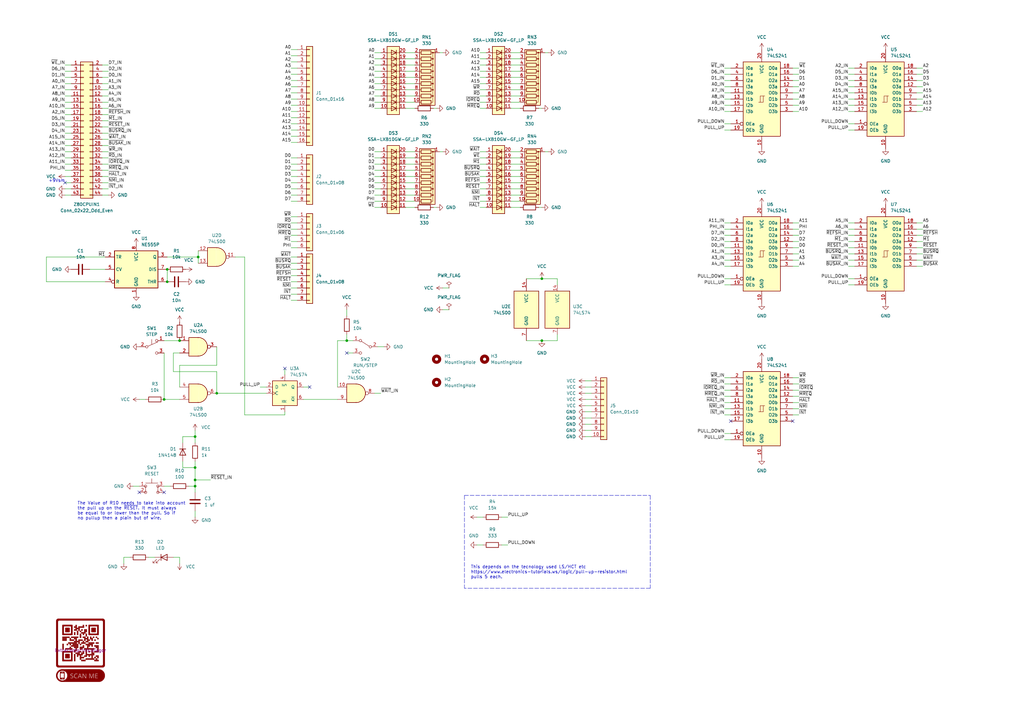
<source format=kicad_sch>
(kicad_sch (version 20211123) (generator eeschema)
  (paper "A3")
  (title_block (title "JupiterAce Z80 plus KIO and new memory format.") (date "2020-05-12") (rev "Alpha") (company "Ontobus") (comment 1 "John Bradley") (comment 2 "https://creativecommons.org/licenses/by-nc-sa/4.0/") (comment 3 "Attribution-NonCommercial-ShareAlike 4.0 International License.") (comment 4 "This work is licensed under a Creative Commons "))
  (lib_symbols
    (symbol "74xx-FIX:74LS241" (pin_names (offset 1.016))
      (property "Reference" "U" (at -7.62 16.51 0))
      (property "Value" "74LS241" (at -7.62 -16.51 0))
      (symbol "74LS241_1_0"
        (pin input inverted (at -12.7 -10.16 0) (length 5.08) (name "OEa") (number "1"))
        (pin power_in line (at 0 -20.32 90) (length 5.08) (name "GND") (number "10"))
        (pin input line (at -12.7 2.54 0) (length 5.08) (name "I0b") (number "11"))
        (pin tri_state line (at 12.7 5.08 180) (length 5.08) (name "O3a") (number "12"))
        (pin input line (at -12.7 0 0) (length 5.08) (name "I1b") (number "13"))
        (pin tri_state line (at 12.7 7.62 180) (length 5.08) (name "O2a") (number "14"))
        (pin input line (at -12.7 -2.54 0) (length 5.08) (name "I2b") (number "15"))
        (pin tri_state line (at 12.7 10.16 180) (length 5.08) (name "O1a") (number "16"))
        (pin input line (at -12.7 -5.08 0) (length 5.08) (name "I3b") (number "17"))
        (pin tri_state line (at 12.7 12.7 180) (length 5.08) (name "O0a") (number "18"))
        (pin input line (at -12.7 -12.7 0) (length 5.08) (name "OEb") (number "19"))
        (pin input line (at -12.7 12.7 0) (length 5.08) (name "I0a") (number "2"))
        (pin power_in line (at 0 20.32 270) (length 5.08) (name "VCC") (number "20"))
        (pin tri_state line (at 12.7 -5.08 180) (length 5.08) (name "O3b") (number "3"))
        (pin input line (at -12.7 10.16 0) (length 5.08) (name "I1a") (number "4"))
        (pin tri_state line (at 12.7 -2.54 180) (length 5.08) (name "O2b") (number "5"))
        (pin input line (at -12.7 7.62 0) (length 5.08) (name "I2a") (number "6"))
        (pin tri_state line (at 12.7 0 180) (length 5.08) (name "O1b") (number "7"))
        (pin input line (at -12.7 5.08 0) (length 5.08) (name "I3a") (number "8"))
        (pin tri_state line (at 12.7 2.54 180) (length 5.08) (name "O0b") (number "9"))
      )
    )
    (symbol "74xx:74LS00" (pin_names (offset 1.016))
      (property "Reference" "U" (at 0 1.27 0))
      (property "Value" "74LS00" (at 0 -1.27 0))
      (symbol "74LS00_1_1"
        (pin input line (at -7.62 2.54 0) (length 3.81) (name "~") (number "1"))
        (pin input line (at -7.62 -2.54 0) (length 3.81) (name "~") (number "2"))
        (pin output inverted (at 7.62 0 180) (length 3.81) (name "~") (number "3"))
      )
      (symbol "74LS00_1_2"
        (pin input inverted (at -7.62 2.54 0) (length 4.318) (name "~") (number "1"))
        (pin input inverted (at -7.62 -2.54 0) (length 4.318) (name "~") (number "2"))
        (pin output line (at 7.62 0 180) (length 3.81) (name "~") (number "3"))
      )
      (symbol "74LS00_2_1"
        (pin input line (at -7.62 2.54 0) (length 3.81) (name "~") (number "4"))
        (pin input line (at -7.62 -2.54 0) (length 3.81) (name "~") (number "5"))
        (pin output inverted (at 7.62 0 180) (length 3.81) (name "~") (number "6"))
      )
      (symbol "74LS00_2_2"
        (pin input inverted (at -7.62 2.54 0) (length 4.318) (name "~") (number "4"))
        (pin input inverted (at -7.62 -2.54 0) (length 4.318) (name "~") (number "5"))
        (pin output line (at 7.62 0 180) (length 3.81) (name "~") (number "6"))
      )
      (symbol "74LS00_3_1"
        (pin input line (at -7.62 -2.54 0) (length 3.81) (name "~") (number "10"))
        (pin output inverted (at 7.62 0 180) (length 3.81) (name "~") (number "8"))
        (pin input line (at -7.62 2.54 0) (length 3.81) (name "~") (number "9"))
      )
      (symbol "74LS00_3_2"
        (pin input inverted (at -7.62 -2.54 0) (length 4.318) (name "~") (number "10"))
        (pin output line (at 7.62 0 180) (length 3.81) (name "~") (number "8"))
        (pin input inverted (at -7.62 2.54 0) (length 4.318) (name "~") (number "9"))
      )
      (symbol "74LS00_4_1"
        (pin output inverted (at 7.62 0 180) (length 3.81) (name "~") (number "11"))
        (pin input line (at -7.62 2.54 0) (length 3.81) (name "~") (number "12"))
        (pin input line (at -7.62 -2.54 0) (length 3.81) (name "~") (number "13"))
      )
      (symbol "74LS00_4_2"
        (pin output line (at 7.62 0 180) (length 3.81) (name "~") (number "11"))
        (pin input inverted (at -7.62 2.54 0) (length 4.318) (name "~") (number "12"))
        (pin input inverted (at -7.62 -2.54 0) (length 4.318) (name "~") (number "13"))
      )
      (symbol "74LS00_5_0"
        (pin power_in line (at 0 12.7 270) (length 5.08) (name "VCC") (number "14"))
        (pin power_in line (at 0 -12.7 90) (length 5.08) (name "GND") (number "7"))
      )
    )
    (symbol "74xx:74LS74" (pin_names (offset 1.016))
      (property "Reference" "U" (at -7.62 8.89 0))
      (property "Value" "74LS74" (at -7.62 -8.89 0))
      (symbol "74LS74_1_0"
        (pin input line (at 0 -7.62 90) (length 2.54) (name "~{R}") (number "1"))
        (pin input line (at -7.62 2.54 0) (length 2.54) (name "D") (number "2"))
        (pin input clock (at -7.62 0 0) (length 2.54) (name "C") (number "3"))
        (pin input line (at 0 7.62 270) (length 2.54) (name "~{S}") (number "4"))
        (pin output line (at 7.62 2.54 180) (length 2.54) (name "Q") (number "5"))
        (pin output line (at 7.62 -2.54 180) (length 2.54) (name "~{Q}") (number "6"))
      )
      (symbol "74LS74_2_0"
        (pin input line (at 0 7.62 270) (length 2.54) (name "~{S}") (number "10"))
        (pin input clock (at -7.62 0 0) (length 2.54) (name "C") (number "11"))
        (pin input line (at -7.62 2.54 0) (length 2.54) (name "D") (number "12"))
        (pin input line (at 0 -7.62 90) (length 2.54) (name "~{R}") (number "13"))
        (pin output line (at 7.62 -2.54 180) (length 2.54) (name "~{Q}") (number "8"))
        (pin output line (at 7.62 2.54 180) (length 2.54) (name "Q") (number "9"))
      )
      (symbol "74LS74_3_0"
        (pin power_in line (at 0 10.16 270) (length 2.54) (name "VCC") (number "14"))
        (pin power_in line (at 0 -10.16 90) (length 2.54) (name "GND") (number "7"))
      )
    )
    (symbol "Connector_Generic:Conn_01x06" (pin_names (offset 1.016) hide)
      (property "Reference" "J" (at 0 7.62 0))
      (property "Value" "Conn_01x06" (at 0 -10.16 0))
      (symbol "Conn_01x06_1_1"
        (pin passive line (at -5.08 5.08 0) (length 3.81) (name "Pin_1") (number "1"))
        (pin passive line (at -5.08 2.54 0) (length 3.81) (name "Pin_2") (number "2"))
        (pin passive line (at -5.08 0 0) (length 3.81) (name "Pin_3") (number "3"))
        (pin passive line (at -5.08 -2.54 0) (length 3.81) (name "Pin_4") (number "4"))
        (pin passive line (at -5.08 -5.08 0) (length 3.81) (name "Pin_5") (number "5"))
        (pin passive line (at -5.08 -7.62 0) (length 3.81) (name "Pin_6") (number "6"))
      )
    )
    (symbol "Connector_Generic:Conn_01x08" (pin_names (offset 1.016) hide)
      (property "Reference" "J" (at 0 10.16 0))
      (property "Value" "Conn_01x08" (at 0 -12.7 0))
      (symbol "Conn_01x08_1_1"
        (pin passive line (at -5.08 7.62 0) (length 3.81) (name "Pin_1") (number "1"))
        (pin passive line (at -5.08 5.08 0) (length 3.81) (name "Pin_2") (number "2"))
        (pin passive line (at -5.08 2.54 0) (length 3.81) (name "Pin_3") (number "3"))
        (pin passive line (at -5.08 0 0) (length 3.81) (name "Pin_4") (number "4"))
        (pin passive line (at -5.08 -2.54 0) (length 3.81) (name "Pin_5") (number "5"))
        (pin passive line (at -5.08 -5.08 0) (length 3.81) (name "Pin_6") (number "6"))
        (pin passive line (at -5.08 -7.62 0) (length 3.81) (name "Pin_7") (number "7"))
        (pin passive line (at -5.08 -10.16 0) (length 3.81) (name "Pin_8") (number "8"))
      )
    )
    (symbol "Connector_Generic:Conn_01x10" (pin_names (offset 1.016) hide)
      (property "Reference" "J" (at 0 12.7 0))
      (property "Value" "Conn_01x10" (at 0 -15.24 0))
      (symbol "Conn_01x10_1_1"
        (pin passive line (at -5.08 10.16 0) (length 3.81) (name "Pin_1") (number "1"))
        (pin passive line (at -5.08 -12.7 0) (length 3.81) (name "Pin_10") (number "10"))
        (pin passive line (at -5.08 7.62 0) (length 3.81) (name "Pin_2") (number "2"))
        (pin passive line (at -5.08 5.08 0) (length 3.81) (name "Pin_3") (number "3"))
        (pin passive line (at -5.08 2.54 0) (length 3.81) (name "Pin_4") (number "4"))
        (pin passive line (at -5.08 0 0) (length 3.81) (name "Pin_5") (number "5"))
        (pin passive line (at -5.08 -2.54 0) (length 3.81) (name "Pin_6") (number "6"))
        (pin passive line (at -5.08 -5.08 0) (length 3.81) (name "Pin_7") (number "7"))
        (pin passive line (at -5.08 -7.62 0) (length 3.81) (name "Pin_8") (number "8"))
        (pin passive line (at -5.08 -10.16 0) (length 3.81) (name "Pin_9") (number "9"))
      )
    )
    (symbol "Connector_Generic:Conn_01x16" (pin_names (offset 1.016) hide)
      (property "Reference" "J" (at 0 20.32 0))
      (property "Value" "Conn_01x16" (at 0 -22.86 0))
      (symbol "Conn_01x16_1_1"
        (pin passive line (at -5.08 17.78 0) (length 3.81) (name "Pin_1") (number "1"))
        (pin passive line (at -5.08 -5.08 0) (length 3.81) (name "Pin_10") (number "10"))
        (pin passive line (at -5.08 -7.62 0) (length 3.81) (name "Pin_11") (number "11"))
        (pin passive line (at -5.08 -10.16 0) (length 3.81) (name "Pin_12") (number "12"))
        (pin passive line (at -5.08 -12.7 0) (length 3.81) (name "Pin_13") (number "13"))
        (pin passive line (at -5.08 -15.24 0) (length 3.81) (name "Pin_14") (number "14"))
        (pin passive line (at -5.08 -17.78 0) (length 3.81) (name "Pin_15") (number "15"))
        (pin passive line (at -5.08 -20.32 0) (length 3.81) (name "Pin_16") (number "16"))
        (pin passive line (at -5.08 15.24 0) (length 3.81) (name "Pin_2") (number "2"))
        (pin passive line (at -5.08 12.7 0) (length 3.81) (name "Pin_3") (number "3"))
        (pin passive line (at -5.08 10.16 0) (length 3.81) (name "Pin_4") (number "4"))
        (pin passive line (at -5.08 7.62 0) (length 3.81) (name "Pin_5") (number "5"))
        (pin passive line (at -5.08 5.08 0) (length 3.81) (name "Pin_6") (number "6"))
        (pin passive line (at -5.08 2.54 0) (length 3.81) (name "Pin_7") (number "7"))
        (pin passive line (at -5.08 0 0) (length 3.81) (name "Pin_8") (number "8"))
        (pin passive line (at -5.08 -2.54 0) (length 3.81) (name "Pin_9") (number "9"))
      )
    )
    (symbol "Connector_Generic:Conn_02x22_Odd_Even" (pin_names (offset 1.016) hide)
      (property "Reference" "J" (at 1.27 27.94 0))
      (property "Value" "Conn_02x22_Odd_Even" (at 1.27 -30.48 0))
      (symbol "Conn_02x22_Odd_Even_1_1"
        (pin passive line (at -5.08 25.4 0) (length 3.81) (name "Pin_1") (number "1"))
        (pin passive line (at 7.62 15.24 180) (length 3.81) (name "Pin_10") (number "10"))
        (pin passive line (at -5.08 12.7 0) (length 3.81) (name "Pin_11") (number "11"))
        (pin passive line (at 7.62 12.7 180) (length 3.81) (name "Pin_12") (number "12"))
        (pin passive line (at -5.08 10.16 0) (length 3.81) (name "Pin_13") (number "13"))
        (pin passive line (at 7.62 10.16 180) (length 3.81) (name "Pin_14") (number "14"))
        (pin passive line (at -5.08 7.62 0) (length 3.81) (name "Pin_15") (number "15"))
        (pin passive line (at 7.62 7.62 180) (length 3.81) (name "Pin_16") (number "16"))
        (pin passive line (at -5.08 5.08 0) (length 3.81) (name "Pin_17") (number "17"))
        (pin passive line (at 7.62 5.08 180) (length 3.81) (name "Pin_18") (number "18"))
        (pin passive line (at -5.08 2.54 0) (length 3.81) (name "Pin_19") (number "19"))
        (pin passive line (at 7.62 25.4 180) (length 3.81) (name "Pin_2") (number "2"))
        (pin passive line (at 7.62 2.54 180) (length 3.81) (name "Pin_20") (number "20"))
        (pin passive line (at -5.08 0 0) (length 3.81) (name "Pin_21") (number "21"))
        (pin passive line (at 7.62 0 180) (length 3.81) (name "Pin_22") (number "22"))
        (pin passive line (at -5.08 -2.54 0) (length 3.81) (name "Pin_23") (number "23"))
        (pin passive line (at 7.62 -2.54 180) (length 3.81) (name "Pin_24") (number "24"))
        (pin passive line (at -5.08 -5.08 0) (length 3.81) (name "Pin_25") (number "25"))
        (pin passive line (at 7.62 -5.08 180) (length 3.81) (name "Pin_26") (number "26"))
        (pin passive line (at -5.08 -7.62 0) (length 3.81) (name "Pin_27") (number "27"))
        (pin passive line (at 7.62 -7.62 180) (length 3.81) (name "Pin_28") (number "28"))
        (pin passive line (at -5.08 -10.16 0) (length 3.81) (name "Pin_29") (number "29"))
        (pin passive line (at -5.08 22.86 0) (length 3.81) (name "Pin_3") (number "3"))
        (pin passive line (at 7.62 -10.16 180) (length 3.81) (name "Pin_30") (number "30"))
        (pin passive line (at -5.08 -12.7 0) (length 3.81) (name "Pin_31") (number "31"))
        (pin passive line (at 7.62 -12.7 180) (length 3.81) (name "Pin_32") (number "32"))
        (pin passive line (at -5.08 -15.24 0) (length 3.81) (name "Pin_33") (number "33"))
        (pin passive line (at 7.62 -15.24 180) (length 3.81) (name "Pin_34") (number "34"))
        (pin passive line (at -5.08 -17.78 0) (length 3.81) (name "Pin_35") (number "35"))
        (pin passive line (at 7.62 -17.78 180) (length 3.81) (name "Pin_36") (number "36"))
        (pin passive line (at -5.08 -20.32 0) (length 3.81) (name "Pin_37") (number "37"))
        (pin passive line (at 7.62 -20.32 180) (length 3.81) (name "Pin_38") (number "38"))
        (pin passive line (at -5.08 -22.86 0) (length 3.81) (name "Pin_39") (number "39"))
        (pin passive line (at 7.62 22.86 180) (length 3.81) (name "Pin_4") (number "4"))
        (pin passive line (at 7.62 -22.86 180) (length 3.81) (name "Pin_40") (number "40"))
        (pin passive line (at -5.08 -25.4 0) (length 3.81) (name "Pin_41") (number "41"))
        (pin passive line (at 7.62 -25.4 180) (length 3.81) (name "Pin_42") (number "42"))
        (pin passive line (at -5.08 -27.94 0) (length 3.81) (name "Pin_43") (number "43"))
        (pin passive line (at 7.62 -27.94 180) (length 3.81) (name "Pin_44") (number "44"))
        (pin passive line (at -5.08 20.32 0) (length 3.81) (name "Pin_5") (number "5"))
        (pin passive line (at 7.62 20.32 180) (length 3.81) (name "Pin_6") (number "6"))
        (pin passive line (at -5.08 17.78 0) (length 3.81) (name "Pin_7") (number "7"))
        (pin passive line (at 7.62 17.78 180) (length 3.81) (name "Pin_8") (number "8"))
        (pin passive line (at -5.08 15.24 0) (length 3.81) (name "Pin_9") (number "9"))
      )
    )
    (symbol "Device:C" (pin_numbers hide) (pin_names (offset 0.254))
      (property "Reference" "C" (at 0.635 2.54 0))
      (property "Value" "C" (at 0.635 -2.54 0))
      (symbol "C_1_1"
        (pin passive line (at 0 3.81 270) (length 2.794) (name "~") (number "1"))
        (pin passive line (at 0 -3.81 90) (length 2.794) (name "~") (number "2"))
      )
    )
    (symbol "Device:LED" (pin_numbers hide) (pin_names (offset 1.016) hide)
      (property "Reference" "D" (at 0 2.54 0))
      (property "Value" "LED" (at 0 -2.54 0))
      (symbol "LED_1_1"
        (pin passive line (at -3.81 0 0) (length 2.54) (name "K") (number "1"))
        (pin passive line (at 3.81 0 180) (length 2.54) (name "A") (number "2"))
      )
    )
    (symbol "Device:R" (pin_numbers hide) (pin_names (offset 0))
      (property "Reference" "R" (at 2.032 0 90))
      (property "Value" "R" (at 0 0 90))
      (symbol "R_1_1"
        (pin passive line (at 0 3.81 270) (length 1.27) (name "~") (number "1"))
        (pin passive line (at 0 -3.81 90) (length 1.27) (name "~") (number "2"))
      )
    )
    (symbol "Device:R_Network09" (pin_names (offset 0) hide)
      (property "Reference" "RN" (at -12.7 0 90))
      (property "Value" "R_Network09" (at 12.7 0 90))
      (symbol "R_Network09_1_1"
        (pin passive line (at -10.16 5.08 270) (length 2.54) (name "common") (number "1"))
        (pin passive line (at 10.16 -5.08 90) (length 1.27) (name "R9") (number "10"))
        (pin passive line (at -10.16 -5.08 90) (length 1.27) (name "R1") (number "2"))
        (pin passive line (at -7.62 -5.08 90) (length 1.27) (name "R2") (number "3"))
        (pin passive line (at -5.08 -5.08 90) (length 1.27) (name "R3") (number "4"))
        (pin passive line (at -2.54 -5.08 90) (length 1.27) (name "R4") (number "5"))
        (pin passive line (at 0 -5.08 90) (length 1.27) (name "R5") (number "6"))
        (pin passive line (at 2.54 -5.08 90) (length 1.27) (name "R6") (number "7"))
        (pin passive line (at 5.08 -5.08 90) (length 1.27) (name "R7") (number "8"))
        (pin passive line (at 7.62 -5.08 90) (length 1.27) (name "R8") (number "9"))
      )
    )
    (symbol "Diode:1N4148" (pin_numbers hide) (pin_names (offset 1.016) hide)
      (property "Reference" "D" (at 0 2.54 0))
      (property "Value" "1N4148" (at 0 -2.54 0))
      (symbol "1N4148_1_1"
        (pin passive line (at -3.81 0 0) (length 2.54) (name "K") (number "1"))
        (pin passive line (at 3.81 0 180) (length 2.54) (name "A") (number "2"))
      )
    )
    (symbol "ExtraSymbols:DIAGQR" (pin_names (offset 1.016)))
    (symbol "ExtraSymbols:TE Connectivity 1-1825910-4 Black Button Tactile Switch, Single Pole Single Throw (SPST)" (pin_names (offset 1.016) hide)
      (property "Reference" "SW" (at 1.27 2.54 0))
      (property "Value" "TE Connectivity 1-1825910-4 Black Button Tactile Switch, Single Pole Single Throw (SPST)" (at 0 -7.62 0))
      (symbol "TE Connectivity 1-1825910-4 Black Button Tactile Switch, Single Pole Single Throw (SPST)_0_0"
        (pin passive line (at 5.08 0 180) (length 2.54) (name "3") (number "3"))
        (pin passive line (at 5.08 -2.54 180) (length 2.54) (name "4") (number "4"))
      )
      (symbol "TE Connectivity 1-1825910-4 Black Button Tactile Switch, Single Pole Single Throw (SPST)_0_1"
        (pin passive line (at -5.08 0 0) (length 2.54) (name "1") (number "1"))
        (pin passive line (at -5.08 -2.54 0) (length 2.54) (name "2") (number "2"))
      )
    )
    (symbol "LED:HDSP-4830_2" (pin_names (offset 1.016) hide)
      (property "Reference" "BAR" (at 0 15.24 0))
      (property "Value" "HDSP-4830_2" (at 0 -17.78 0))
      (symbol "HDSP-4830_2_1_1"
        (pin passive line (at -5.08 10.16 0) (length 2.54) (name "A") (number "1"))
        (pin passive line (at -5.08 -12.7 0) (length 2.54) (name "A") (number "10"))
        (pin passive line (at 5.08 -12.7 180) (length 2.54) (name "K") (number "11"))
        (pin passive line (at 5.08 -10.16 180) (length 2.54) (name "K") (number "12"))
        (pin passive line (at 5.08 -7.62 180) (length 2.54) (name "K") (number "13"))
        (pin passive line (at 5.08 -5.08 180) (length 2.54) (name "K") (number "14"))
        (pin passive line (at 5.08 -2.54 180) (length 2.54) (name "K") (number "15"))
        (pin passive line (at 5.08 0 180) (length 2.54) (name "K") (number "16"))
        (pin passive line (at 5.08 2.54 180) (length 2.54) (name "K") (number "17"))
        (pin passive line (at 5.08 5.08 180) (length 2.54) (name "K") (number "18"))
        (pin passive line (at 5.08 7.62 180) (length 2.54) (name "K") (number "19"))
        (pin passive line (at -5.08 7.62 0) (length 2.54) (name "A") (number "2"))
        (pin passive line (at 5.08 10.16 180) (length 2.54) (name "K") (number "20"))
        (pin passive line (at -5.08 5.08 0) (length 2.54) (name "A") (number "3"))
        (pin passive line (at -5.08 2.54 0) (length 2.54) (name "A") (number "4"))
        (pin passive line (at -5.08 0 0) (length 2.54) (name "A") (number "5"))
        (pin passive line (at -5.08 -2.54 0) (length 2.54) (name "A") (number "6"))
        (pin passive line (at -5.08 -5.08 0) (length 2.54) (name "A") (number "7"))
        (pin passive line (at -5.08 -7.62 0) (length 2.54) (name "A") (number "8"))
        (pin passive line (at -5.08 -10.16 0) (length 2.54) (name "A") (number "9"))
      )
    )
    (symbol "Mechanical:MountingHole" (pin_names (offset 1.016))
      (property "Reference" "H" (at 0 5.08 0))
      (property "Value" "MountingHole" (at 0 3.175 0))
    )
    (symbol "Switch:SW_Push_SPDT" (pin_names (offset 0) hide)
      (property "Reference" "SW" (at 0 4.318 0))
      (property "Value" "SW_Push_SPDT" (at 0 -5.08 0))
      (symbol "SW_Push_SPDT_1_1"
        (pin passive line (at 5.08 2.54 180) (length 2.54) (name "A") (number "1"))
        (pin passive line (at -5.08 0 0) (length 2.54) (name "B") (number "2"))
        (pin passive line (at 5.08 -2.54 180) (length 2.54) (name "C") (number "3"))
      )
    )
    (symbol "Switch:SW_SPDT" (pin_names (offset 0) hide)
      (property "Reference" "SW" (at 0 4.318 0))
      (property "Value" "SW_SPDT" (at 0 -5.08 0))
      (symbol "SW_SPDT_1_1"
        (pin passive line (at 5.08 2.54 180) (length 2.54) (name "A") (number "1"))
        (pin passive line (at -5.08 0 0) (length 2.54) (name "B") (number "2"))
        (pin passive line (at 5.08 -2.54 180) (length 2.54) (name "C") (number "3"))
      )
    )
    (symbol "Timer:NE555P"
      (property "Reference" "U" (at -10.16 8.89 0))
      (property "Value" "NE555P" (at 2.54 8.89 0))
      (symbol "NE555P_0_0"
        (pin power_in line (at 0 -10.16 90) (length 2.54) (name "GND") (number "1"))
        (pin power_in line (at 0 10.16 270) (length 2.54) (name "VCC") (number "8"))
      )
      (symbol "NE555P_1_1"
        (pin input line (at -12.7 5.08 0) (length 3.81) (name "TR") (number "2"))
        (pin output line (at 12.7 5.08 180) (length 3.81) (name "Q") (number "3"))
        (pin input inverted (at -12.7 -5.08 0) (length 3.81) (name "R") (number "4"))
        (pin input line (at -12.7 0 0) (length 3.81) (name "CV") (number "5"))
        (pin input line (at 12.7 -5.08 180) (length 3.81) (name "THR") (number "6"))
        (pin input line (at 12.7 0 180) (length 3.81) (name "DIS") (number "7"))
      )
    )
    (symbol "power:GND" (power) (pin_names (offset 0))
      (property "Value" "GND" (at 0 -3.81 0))
      (symbol "GND_1_1"
        (pin power_in line (at 0 0 270) (length 0) hide (name "GND") (number "1"))
      )
    )
    (symbol "power:PWR_FLAG" (power) (pin_numbers hide) (pin_names (offset 0) hide)
      (property "Value" "PWR_FLAG" (at 0 3.81 0))
      (symbol "PWR_FLAG_0_0"
        (pin power_out line (at 0 0 90) (length 0) (name "pwr") (number "1"))
      )
    )
    (symbol "power:VCC" (power) (pin_names (offset 0))
      (property "Value" "VCC" (at 0 3.81 0))
      (symbol "VCC_1_1"
        (pin power_in line (at 0 0 90) (length 0) hide (name "VCC") (number "1"))
      )
    )
  )
  (junction (at 222.25 139.7))
  (junction (at 80.01 179.07))
  (junction (at 81.28 105.41))
  (junction (at 88.9 161.29))
  (junction (at 222.25 114.3))
  (junction (at 80.01 199.39))
  (junction (at 80.01 191.77))
  (junction (at 142.24 139.7))
  (junction (at 68.58 115.57))
  (junction (at 73.66 139.7))
  (junction (at 67.31 163.83))
  (junction (at 68.58 110.49))
  (junction (at 80.01 196.85))
  (no_connect (at 67.31 201.93))
  (no_connect (at 57.15 201.93))
  (no_connect (at 142.24 144.78))
  (no_connect (at 299.72 172.72))
  (no_connect (at 325.12 172.72))
  (no_connect (at -10.16 36.83))
  (no_connect (at 116.84 151.13))
  (no_connect (at -2.54 31.75))
  (no_connect (at -17.78 26.67))
  (no_connect (at -17.78 29.21))
  (no_connect (at 26.67 74.93))
  (no_connect (at 127 158.75))
  (no_connect (at -10.16 21.59))
  (no_connect (at -2.54 26.67))
  (wire (pts (xy 209.55 39.37) (xy 213.36 39.37)))
  (wire (pts (xy 196.85 80.01) (xy 199.39 80.01)))
  (wire (pts (xy 375.92 93.98) (xy 378.46 93.98)))
  (wire (pts (xy 375.92 99.06) (xy 378.46 99.06)))
  (wire (pts (xy 166.37 72.39) (xy 170.18 72.39)))
  (wire (pts (xy 299.72 165.1) (xy 297.18 165.1)))
  (wire (pts (xy 41.91 52.07) (xy 44.45 52.07)))
  (wire (pts (xy 53.34 228.6) (xy 50.8 228.6)))
  (wire (pts (xy 88.9 152.4) (xy 71.12 152.4)))
  (wire (pts (xy 350.52 33.02) (xy 347.98 33.02)))
  (wire (pts (xy 350.52 101.6) (xy 347.98 101.6)))
  (wire (pts (xy 299.72 27.94) (xy 297.18 27.94)))
  (wire (pts (xy 80.01 209.55) (xy 80.01 212.09)))
  (wire (pts (xy 59.69 163.83) (xy 57.15 163.83)))
  (wire (pts (xy 41.91 59.69) (xy 44.45 59.69)))
  (wire (pts (xy 29.21 31.75) (xy 26.67 31.75)))
  (wire (pts (xy 119.38 93.98) (xy 121.92 93.98)))
  (wire (pts (xy 375.92 30.48) (xy 378.46 30.48)))
  (wire (pts (xy 166.37 44.45) (xy 170.18 44.45)))
  (wire (pts (xy 196.85 82.55) (xy 199.39 82.55)))
  (wire (pts (xy 41.91 36.83) (xy 44.45 36.83)))
  (wire (pts (xy 153.67 69.85) (xy 156.21 69.85)))
  (wire (pts (xy 80.01 199.39) (xy 80.01 201.93)))
  (wire (pts (xy 196.85 39.37) (xy 199.39 39.37)))
  (wire (pts (xy 209.55 85.09) (xy 213.36 85.09)))
  (wire (pts (xy 196.85 72.39) (xy 199.39 72.39)))
  (wire (pts (xy 119.38 43.18) (xy 121.92 43.18)))
  (wire (pts (xy 119.38 35.56) (xy 121.92 35.56)))
  (wire (pts (xy 153.67 64.77) (xy 156.21 64.77)))
  (wire (pts (xy 29.21 39.37) (xy 26.67 39.37)))
  (wire (pts (xy 153.67 67.31) (xy 156.21 67.31)))
  (wire (pts (xy 325.12 96.52) (xy 327.66 96.52)))
  (wire (pts (xy 156.21 34.29) (xy 153.67 34.29)))
  (wire (pts (xy 80.01 196.85) (xy 80.01 199.39)))
  (wire (pts (xy 375.92 106.68) (xy 378.46 106.68)))
  (wire (pts (xy 73.66 149.86) (xy 73.66 158.75)))
  (wire (pts (xy 166.37 82.55) (xy 170.18 82.55)))
  (wire (pts (xy 325.12 157.48) (xy 327.66 157.48)))
  (wire (pts (xy 80.01 196.85) (xy 86.36 196.85)))
  (wire (pts (xy 325.12 101.6) (xy 327.66 101.6)))
  (wire (pts (xy 196.85 64.77) (xy 199.39 64.77)))
  (wire (pts (xy 71.12 152.4) (xy 71.12 144.78)))
  (wire (pts (xy 142.24 129.54) (xy 142.24 127)))
  (wire (pts (xy 209.55 69.85) (xy 213.36 69.85)))
  (polyline (pts (xy 190.5 203.2) (xy 190.5 241.3)))
  (wire (pts (xy 375.92 96.52) (xy 378.46 96.52)))
  (wire (pts (xy 325.12 99.06) (xy 327.66 99.06)))
  (wire (pts (xy 350.52 40.64) (xy 347.98 40.64)))
  (wire (pts (xy 375.92 101.6) (xy 378.46 101.6)))
  (wire (pts (xy 209.55 31.75) (xy 213.36 31.75)))
  (wire (pts (xy 119.38 96.52) (xy 121.92 96.52)))
  (wire (pts (xy 347.98 109.22) (xy 350.52 109.22)))
  (wire (pts (xy 240.03 158.75) (xy 242.57 158.75)))
  (wire (pts (xy 196.85 31.75) (xy 199.39 31.75)))
  (wire (pts (xy 138.43 139.7) (xy 138.43 158.75)))
  (wire (pts (xy 156.21 21.59) (xy 153.67 21.59)))
  (wire (pts (xy 80.01 176.53) (xy 80.01 179.07)))
  (wire (pts (xy 325.12 27.94) (xy 327.66 27.94)))
  (wire (pts (xy 375.92 35.56) (xy 378.46 35.56)))
  (wire (pts (xy 88.9 142.24) (xy 88.9 149.86)))
  (wire (pts (xy 74.93 189.23) (xy 74.93 191.77)))
  (wire (pts (xy 80.01 179.07) (xy 74.93 179.07)))
  (wire (pts (xy 119.38 48.26) (xy 121.92 48.26)))
  (wire (pts (xy 297.18 93.98) (xy 299.72 93.98)))
  (wire (pts (xy 119.38 115.57) (xy 121.92 115.57)))
  (wire (pts (xy 119.38 107.95) (xy 121.92 107.95)))
  (wire (pts (xy 29.21 74.93) (xy 26.67 74.93)))
  (wire (pts (xy 119.38 91.44) (xy 121.92 91.44)))
  (wire (pts (xy 299.72 162.56) (xy 297.18 162.56)))
  (wire (pts (xy 350.52 93.98) (xy 347.98 93.98)))
  (wire (pts (xy 299.72 99.06) (xy 297.18 99.06)))
  (wire (pts (xy 325.12 109.22) (xy 327.66 109.22)))
  (wire (pts (xy 156.21 36.83) (xy 153.67 36.83)))
  (wire (pts (xy 166.37 41.91) (xy 170.18 41.91)))
  (wire (pts (xy 325.12 30.48) (xy 327.66 30.48)))
  (wire (pts (xy 297.18 53.34) (xy 299.72 53.34)))
  (wire (pts (xy 153.67 62.23) (xy 156.21 62.23)))
  (wire (pts (xy 153.67 72.39) (xy 156.21 72.39)))
  (wire (pts (xy 43.18 110.49) (xy 36.83 110.49)))
  (wire (pts (xy 157.48 142.24) (xy 154.94 142.24)))
  (wire (pts (xy 41.91 72.39) (xy 44.45 72.39)))
  (wire (pts (xy 347.98 50.8) (xy 350.52 50.8)))
  (wire (pts (xy 350.52 30.48) (xy 347.98 30.48)))
  (wire (pts (xy 209.55 62.23) (xy 213.36 62.23)))
  (wire (pts (xy 209.55 36.83) (xy 213.36 36.83)))
  (wire (pts (xy 240.03 168.91) (xy 242.57 168.91)))
  (wire (pts (xy 350.52 35.56) (xy 347.98 35.56)))
  (wire (pts (xy 350.52 91.44) (xy 347.98 91.44)))
  (wire (pts (xy 41.91 44.45) (xy 44.45 44.45)))
  (wire (pts (xy 220.98 85.09) (xy 222.25 85.09)))
  (wire (pts (xy 177.8 44.45) (xy 179.07 44.45)))
  (wire (pts (xy 81.28 102.87) (xy 81.28 105.41)))
  (wire (pts (xy 29.21 44.45) (xy 26.67 44.45)))
  (wire (pts (xy 166.37 67.31) (xy 170.18 67.31)))
  (wire (pts (xy 60.96 228.6) (xy 63.5 228.6)))
  (wire (pts (xy 297.18 116.84) (xy 299.72 116.84)))
  (wire (pts (xy 347.98 114.3) (xy 350.52 114.3)))
  (wire (pts (xy 177.8 85.09) (xy 179.07 85.09)))
  (wire (pts (xy 375.92 27.94) (xy 378.46 27.94)))
  (wire (pts (xy 100.33 105.41) (xy 96.52 105.41)))
  (wire (pts (xy 209.55 41.91) (xy 213.36 41.91)))
  (wire (pts (xy 325.12 106.68) (xy 327.66 106.68)))
  (wire (pts (xy 350.52 38.1) (xy 347.98 38.1)))
  (wire (pts (xy 80.01 191.77) (xy 80.01 196.85)))
  (wire (pts (xy 299.72 157.48) (xy 297.18 157.48)))
  (wire (pts (xy 88.9 152.4) (xy 88.9 161.29)))
  (wire (pts (xy 375.92 40.64) (xy 378.46 40.64)))
  (wire (pts (xy 119.38 40.64) (xy 121.92 40.64)))
  (wire (pts (xy 119.38 38.1) (xy 121.92 38.1)))
  (wire (pts (xy 299.72 30.48) (xy 297.18 30.48)))
  (wire (pts (xy 297.18 167.64) (xy 299.72 167.64)))
  (wire (pts (xy 166.37 31.75) (xy 170.18 31.75)))
  (wire (pts (xy 228.6 114.3) (xy 228.6 116.84)))
  (wire (pts (xy 142.24 137.16) (xy 142.24 139.7)))
  (wire (pts (xy 119.38 72.39) (xy 121.92 72.39)))
  (wire (pts (xy 184.15 127) (xy 181.61 127)))
  (polyline (pts (xy 190.5 203.2) (xy 266.7 203.2)))
  (wire (pts (xy 116.84 168.91) (xy 116.84 170.18)))
  (wire (pts (xy 119.38 77.47) (xy 121.92 77.47)))
  (wire (pts (xy 74.93 179.07) (xy 74.93 181.61)))
  (wire (pts (xy 196.85 29.21) (xy 199.39 29.21)))
  (wire (pts (xy 196.85 85.09) (xy 199.39 85.09)))
  (wire (pts (xy 119.38 69.85) (xy 121.92 69.85)))
  (wire (pts (xy 350.52 99.06) (xy 347.98 99.06)))
  (wire (pts (xy 73.66 228.6) (xy 73.66 231.14)))
  (wire (pts (xy 375.92 104.14) (xy 378.46 104.14)))
  (wire (pts (xy 41.91 69.85) (xy 44.45 69.85)))
  (wire (pts (xy 196.85 34.29) (xy 199.39 34.29)))
  (wire (pts (xy 119.38 55.88) (xy 121.92 55.88)))
  (wire (pts (xy 299.72 38.1) (xy 297.18 38.1)))
  (wire (pts (xy 375.92 38.1) (xy 378.46 38.1)))
  (wire (pts (xy 375.92 33.02) (xy 378.46 33.02)))
  (wire (pts (xy 299.72 96.52) (xy 297.18 96.52)))
  (wire (pts (xy 297.18 114.3) (xy 299.72 114.3)))
  (wire (pts (xy 166.37 26.67) (xy 170.18 26.67)))
  (wire (pts (xy 29.21 64.77) (xy 26.67 64.77)))
  (wire (pts (xy 41.91 80.01) (xy 44.45 80.01)))
  (wire (pts (xy 29.21 46.99) (xy 26.67 46.99)))
  (wire (pts (xy 119.38 118.11) (xy 121.92 118.11)))
  (wire (pts (xy 29.21 59.69) (xy 26.67 59.69)))
  (wire (pts (xy 166.37 64.77) (xy 170.18 64.77)))
  (wire (pts (xy 196.85 74.93) (xy 199.39 74.93)))
  (wire (pts (xy 299.72 160.02) (xy 297.18 160.02)))
  (wire (pts (xy 347.98 53.34) (xy 350.52 53.34)))
  (wire (pts (xy 299.72 101.6) (xy 297.18 101.6)))
  (wire (pts (xy 196.85 41.91) (xy 199.39 41.91)))
  (wire (pts (xy 220.98 44.45) (xy 222.25 44.45)))
  (wire (pts (xy 100.33 105.41) (xy 100.33 170.18)))
  (wire (pts (xy 153.67 82.55) (xy 156.21 82.55)))
  (wire (pts (xy 156.21 39.37) (xy 153.67 39.37)))
  (wire (pts (xy 299.72 35.56) (xy 297.18 35.56)))
  (wire (pts (xy 119.38 33.02) (xy 121.92 33.02)))
  (wire (pts (xy 166.37 62.23) (xy 170.18 62.23)))
  (wire (pts (xy 41.91 64.77) (xy 44.45 64.77)))
  (wire (pts (xy 299.72 154.94) (xy 297.18 154.94)))
  (wire (pts (xy 299.72 170.18) (xy 297.18 170.18)))
  (wire (pts (xy 240.03 163.83) (xy 242.57 163.83)))
  (wire (pts (xy 209.55 64.77) (xy 213.36 64.77)))
  (wire (pts (xy 196.85 77.47) (xy 199.39 77.47)))
  (wire (pts (xy 119.38 53.34) (xy 121.92 53.34)))
  (wire (pts (xy 109.22 158.75) (xy 106.68 158.75)))
  (wire (pts (xy 327.66 91.44) (xy 325.12 91.44)))
  (wire (pts (xy 325.12 45.72) (xy 327.66 45.72)))
  (wire (pts (xy 209.55 74.93) (xy 213.36 74.93)))
  (wire (pts (xy 375.92 91.44) (xy 378.46 91.44)))
  (wire (pts (xy 29.21 49.53) (xy 26.67 49.53)))
  (wire (pts (xy 166.37 69.85) (xy 170.18 69.85)))
  (wire (pts (xy 297.18 180.34) (xy 299.72 180.34)))
  (wire (pts (xy 67.31 139.7) (xy 73.66 139.7)))
  (wire (pts (xy 299.72 40.64) (xy 297.18 40.64)))
  (wire (pts (xy 124.46 158.75) (xy 127 158.75)))
  (wire (pts (xy 156.21 26.67) (xy 153.67 26.67)))
  (wire (pts (xy 180.34 21.59) (xy 181.61 21.59)))
  (wire (pts (xy 119.38 27.94) (xy 121.92 27.94)))
  (wire (pts (xy 209.55 21.59) (xy 213.36 21.59)))
  (wire (pts (xy 119.38 30.48) (xy 121.92 30.48)))
  (wire (pts (xy 69.85 199.39) (xy 67.31 199.39)))
  (wire (pts (xy 166.37 77.47) (xy 170.18 77.47)))
  (wire (pts (xy 119.38 82.55) (xy 121.92 82.55)))
  (wire (pts (xy 81.28 105.41) (xy 81.28 107.95)))
  (wire (pts (xy 325.12 33.02) (xy 327.66 33.02)))
  (wire (pts (xy 119.38 123.19) (xy 121.92 123.19)))
  (wire (pts (xy 29.21 67.31) (xy 26.67 67.31)))
  (wire (pts (xy 142.24 139.7) (xy 144.78 139.7)))
  (wire (pts (xy 116.84 153.67) (xy 116.84 151.13)))
  (wire (pts (xy 299.72 109.22) (xy 297.18 109.22)))
  (wire (pts (xy 80.01 191.77) (xy 74.93 191.77)))
  (wire (pts (xy 299.72 104.14) (xy 297.18 104.14)))
  (wire (pts (xy 166.37 21.59) (xy 170.18 21.59)))
  (wire (pts (xy 88.9 149.86) (xy 73.66 149.86)))
  (wire (pts (xy 209.55 34.29) (xy 213.36 34.29)))
  (wire (pts (xy 138.43 163.83) (xy 124.46 163.83)))
  (wire (pts (xy 196.85 69.85) (xy 199.39 69.85)))
  (wire (pts (xy 119.38 88.9) (xy 121.92 88.9)))
  (wire (pts (xy 196.85 24.13) (xy 199.39 24.13)))
  (wire (pts (xy 166.37 80.01) (xy 170.18 80.01)))
  (wire (pts (xy 209.55 72.39) (xy 213.36 72.39)))
  (wire (pts (xy 299.72 45.72) (xy 297.18 45.72)))
  (wire (pts (xy 116.84 170.18) (xy 100.33 170.18)))
  (wire (pts (xy 153.67 85.09) (xy 156.21 85.09)))
  (wire (pts (xy 119.38 120.65) (xy 121.92 120.65)))
  (wire (pts (xy 41.91 41.91) (xy 44.45 41.91)))
  (wire (pts (xy 325.12 154.94) (xy 327.66 154.94)))
  (wire (pts (xy 144.78 144.78) (xy 142.24 144.78)))
  (wire (pts (xy 350.52 43.18) (xy 347.98 43.18)))
  (wire (pts (xy 350.52 104.14) (xy 347.98 104.14)))
  (wire (pts (xy 209.55 67.31) (xy 213.36 67.31)))
  (wire (pts (xy 195.58 223.52) (xy 198.12 223.52)))
  (wire (pts (xy 119.38 80.01) (xy 121.92 80.01)))
  (wire (pts (xy 347.98 116.84) (xy 350.52 116.84)))
  (wire (pts (xy 41.91 31.75) (xy 44.45 31.75)))
  (wire (pts (xy 119.38 50.8) (xy 121.92 50.8)))
  (wire (pts (xy 222.25 114.3) (xy 228.6 114.3)))
  (wire (pts (xy 297.18 50.8) (xy 299.72 50.8)))
  (wire (pts (xy 299.72 106.68) (xy 297.18 106.68)))
  (wire (pts (xy 156.21 29.21) (xy 153.67 29.21)))
  (wire (pts (xy 26.67 77.47) (xy 29.21 77.47)))
  (wire (pts (xy 29.21 69.85) (xy 26.67 69.85)))
  (wire (pts (xy 71.12 228.6) (xy 73.66 228.6)))
  (wire (pts (xy 71.12 144.78) (xy 73.66 144.78)))
  (wire (pts (xy 327.66 93.98) (xy 325.12 93.98)))
  (wire (pts (xy 121.92 99.06) (xy 119.38 99.06)))
  (wire (pts (xy 166.37 29.21) (xy 170.18 29.21)))
  (wire (pts (xy 325.12 160.02) (xy 327.66 160.02)))
  (wire (pts (xy 299.72 33.02) (xy 297.18 33.02)))
  (polyline (pts (xy 266.7 203.2) (xy 266.7 241.3)))
  (wire (pts (xy 41.91 67.31) (xy 44.45 67.31)))
  (wire (pts (xy 156.21 24.13) (xy 153.67 24.13)))
  (wire (pts (xy 119.38 22.86) (xy 121.92 22.86)))
  (wire (pts (xy 41.91 54.61) (xy 44.45 54.61)))
  (wire (pts (xy 378.46 109.22) (xy 375.92 109.22)))
  (wire (pts (xy 29.21 52.07) (xy 26.67 52.07)))
  (wire (pts (xy 153.67 74.93) (xy 156.21 74.93)))
  (wire (pts (xy 223.52 21.59) (xy 224.79 21.59)))
  (wire (pts (xy 80.01 181.61) (xy 80.01 179.07)))
  (wire (pts (xy 196.85 36.83) (xy 199.39 36.83)))
  (wire (pts (xy 68.58 105.41) (xy 81.28 105.41)))
  (wire (pts (xy 240.03 173.99) (xy 242.57 173.99)))
  (wire (pts (xy 325.12 165.1) (xy 327.66 165.1)))
  (wire (pts (xy 375.92 43.18) (xy 378.46 43.18)))
  (wire (pts (xy 299.72 43.18) (xy 297.18 43.18)))
  (wire (pts (xy 325.12 43.18) (xy 327.66 43.18)))
  (wire (pts (xy 41.91 49.53) (xy 44.45 49.53)))
  (wire (pts (xy 222.25 139.7) (xy 228.6 139.7)))
  (wire (pts (xy 29.21 34.29) (xy 26.67 34.29)))
  (wire (pts (xy 156.21 161.29) (xy 153.67 161.29)))
  (wire (pts (xy 242.57 176.53) (xy 240.03 176.53)))
  (wire (pts (xy 109.22 161.29) (xy 88.9 161.29)))
  (wire (pts (xy 67.31 144.78) (xy 67.31 163.83)))
  (wire (pts (xy 68.58 115.57) (xy 68.58 110.49)))
  (wire (pts (xy 350.52 45.72) (xy 347.98 45.72)))
  (wire (pts (xy 240.03 156.21) (xy 242.57 156.21)))
  (wire (pts (xy 196.85 62.23) (xy 199.39 62.23)))
  (wire (pts (xy 350.52 27.94) (xy 347.98 27.94)))
  (wire (pts (xy 29.21 41.91) (xy 26.67 41.91)))
  (wire (pts (xy 166.37 36.83) (xy 170.18 36.83)))
  (wire (pts (xy 297.18 91.44) (xy 299.72 91.44)))
  (wire (pts (xy 228.6 137.16) (xy 228.6 139.7)))
  (wire (pts (xy 77.47 199.39) (xy 80.01 199.39)))
  (wire (pts (xy 209.55 77.47) (xy 213.36 77.47)))
  (wire (pts (xy 57.15 199.39) (xy 54.61 199.39)))
  (wire (pts (xy 41.91 39.37) (xy 44.45 39.37)))
  (wire (pts (xy 119.38 105.41) (xy 121.92 105.41)))
  (wire (pts (xy 119.38 113.03) (xy 121.92 113.03)))
  (wire (pts (xy 119.38 64.77) (xy 121.92 64.77)))
  (wire (pts (xy 181.61 118.11) (xy 184.15 118.11)))
  (wire (pts (xy 215.9 139.7) (xy 222.25 139.7)))
  (wire (pts (xy 80.01 189.23) (xy 80.01 191.77)))
  (wire (pts (xy 209.55 44.45) (xy 213.36 44.45)))
  (wire (pts (xy 119.38 20.32) (xy 121.92 20.32)))
  (polyline (pts (xy 266.7 241.3) (xy 190.5 241.3)))
  (wire (pts (xy 240.03 161.29) (xy 242.57 161.29)))
  (wire (pts (xy 156.21 31.75) (xy 153.67 31.75)))
  (wire (pts (xy 209.55 80.01) (xy 213.36 80.01)))
  (wire (pts (xy 41.91 26.67) (xy 44.45 26.67)))
  (wire (pts (xy 166.37 39.37) (xy 170.18 39.37)))
  (wire (pts (xy 19.05 105.41) (xy 19.05 115.57)))
  (wire (pts (xy 67.31 163.83) (xy 73.66 163.83)))
  (wire (pts (xy 166.37 85.09) (xy 170.18 85.09)))
  (wire (pts (xy 327.66 167.64) (xy 325.12 167.64)))
  (wire (pts (xy 375.92 45.72) (xy 378.46 45.72)))
  (wire (pts (xy 325.12 104.14) (xy 327.66 104.14)))
  (wire (pts (xy 166.37 24.13) (xy 170.18 24.13)))
  (wire (pts (xy 50.8 228.6) (xy 50.8 231.14)))
  (wire (pts (xy 350.52 96.52) (xy 347.98 96.52)))
  (wire (pts (xy 209.55 82.55) (xy 213.36 82.55)))
  (wire (pts (xy 29.21 54.61) (xy 26.67 54.61)))
  (wire (pts (xy 215.9 114.3) (xy 222.25 114.3)))
  (wire (pts (xy 196.85 67.31) (xy 199.39 67.31)))
  (wire (pts (xy 205.74 212.09) (xy 208.28 212.09)))
  (wire (pts (xy 325.12 38.1) (xy 327.66 38.1)))
  (wire (pts (xy 223.52 62.23) (xy 224.79 62.23)))
  (wire (pts (xy 325.12 162.56) (xy 327.66 162.56)))
  (wire (pts (xy 166.37 34.29) (xy 170.18 34.29)))
  (wire (pts (xy 240.03 166.37) (xy 242.57 166.37)))
  (wire (pts (xy 119.38 58.42) (xy 121.92 58.42)))
  (wire (pts (xy 41.91 46.99) (xy 44.45 46.99)))
  (wire (pts (xy 41.91 29.21) (xy 44.45 29.21)))
  (wire (pts (xy 195.58 212.09) (xy 198.12 212.09)))
  (wire (pts (xy 119.38 101.6) (xy 121.92 101.6)))
  (wire (pts (xy 297.18 177.8) (xy 299.72 177.8)))
  (wire (pts (xy 41.91 62.23) (xy 44.45 62.23)))
  (wire (pts (xy 29.21 26.67) (xy 26.67 26.67)))
  (wire (pts (xy 325.12 35.56) (xy 327.66 35.56)))
  (wire (pts (xy 180.34 62.23) (xy 181.61 62.23)))
  (wire (pts (xy 196.85 44.45) (xy 199.39 44.45)))
  (wire (pts (xy 166.37 74.93) (xy 170.18 74.93)))
  (wire (pts (xy 26.67 72.39) (xy 29.21 72.39)))
  (wire (pts (xy 156.21 41.91) (xy 153.67 41.91)))
  (wire (pts (xy 41.91 34.29) (xy 44.45 34.29)))
  (wire (pts (xy 196.85 21.59) (xy 199.39 21.59)))
  (wire (pts (xy 138.43 139.7) (xy 142.24 139.7)))
  (wire (pts (xy 119.38 45.72) (xy 121.92 45.72)))
  (wire (pts (xy 350.52 106.68) (xy 347.98 106.68)))
  (wire (pts (xy 19.05 115.57) (xy 43.18 115.57)))
  (wire (pts (xy 29.21 62.23) (xy 26.67 62.23)))
  (wire (pts (xy 209.55 24.13) (xy 213.36 24.13)))
  (wire (pts (xy 205.74 223.52) (xy 208.28 223.52)))
  (wire (pts (xy 325.12 170.18) (xy 327.66 170.18)))
  (wire (pts (xy 325.12 40.64) (xy 327.66 40.64)))
  (wire (pts (xy 153.67 80.01) (xy 156.21 80.01)))
  (wire (pts (xy 156.21 44.45) (xy 153.67 44.45)))
  (wire (pts (xy 119.38 110.49) (xy 121.92 110.49)))
  (wire (pts (xy 119.38 25.4) (xy 121.92 25.4)))
  (wire (pts (xy 29.21 57.15) (xy 26.67 57.15)))
  (wire (pts (xy 153.67 77.47) (xy 156.21 77.47)))
  (wire (pts (xy 41.91 57.15) (xy 44.45 57.15)))
  (wire (pts (xy 43.18 105.41) (xy 19.05 105.41)))
  (wire (pts (xy 119.38 67.31) (xy 121.92 67.31)))
  (wire (pts (xy 41.91 77.47) (xy 44.45 77.47)))
  (wire (pts (xy 29.21 29.21) (xy 26.67 29.21)))
  (wire (pts (xy 29.21 80.01) (xy 26.67 80.01)))
  (wire (pts (xy 119.38 74.93) (xy 121.92 74.93)))
  (wire (pts (xy 209.55 29.21) (xy 213.36 29.21)))
  (wire (pts (xy 209.55 26.67) (xy 213.36 26.67)))
  (wire (pts (xy 29.21 36.83) (xy 26.67 36.83)))
  (wire (pts (xy 196.85 26.67) (xy 199.39 26.67)))
  (wire (pts (xy 242.57 171.45) (xy 240.03 171.45)))
  (wire (pts (xy 242.57 179.07) (xy 240.03 179.07)))
  (wire (pts (xy 44.45 74.93) (xy 41.91 74.93)))
  (text "The Value of R10 needs to take into account\nthe pull up on the ~{RESET}. It must always\nbe equal to or lower than the pull. So if\nno pullup then a plain but of wire." (at 31.75 213.36 0) (effects (font (size 1.27 1.27)) (justify left bottom)))
  (text "+9Vsm" (at 26.67 74.93 180) (effects (font (size 1.27 1.27)) (justify right bottom)))
  (text "This depends on the tecnology used LS/HCT etc \nhttps://www.electronics-tutorials.ws/logic/pull-up-resistor.html\npulls 5 each." (at 193.04 237.49 0) (effects (font (size 1.27 1.27)) (justify left bottom)))
  (label "A2_IN" (at 26.67 46.99 180))
  (label "A6" (at 119.38 35.56 180))
  (label "D4_IN" (at 26.67 54.61 180))
  (label "~{WR}_IN" (at 297.18 154.94 180))
  (label "PULL_DOWN" (at 347.98 114.3 180))
  (label "A14_IN" (at 347.98 40.64 180))
  (label "~{NMI}_IN" (at 44.45 74.93 0))
  (label "~{REFSH}_IN" (at 347.98 96.52 180))
  (label "A14_IN" (at 26.67 59.69 180))
  (label "~{WE}" (at 153.67 85.09 180))
  (label "~{WAIT}_IN" (at 44.45 57.15 0))
  (label "A0_IN" (at 297.18 35.56 180))
  (label "D1" (at 327.66 33.02 0))
  (label "A2" (at 378.46 27.94 0))
  (label "~{HALT}_IN" (at 44.45 72.39 0))
  (label "A2_IN" (at 347.98 27.94 180))
  (label "~{BUSAK}_IN" (at 44.45 59.69 0))
  (label "PULL_UP" (at 208.28 212.09 0))
  (label "~{IOREQ}" (at 327.66 160.02 0))
  (label "A5_IN" (at 347.98 91.44 180))
  (label "PULL_DOWN" (at 297.18 50.8 180))
  (label "~{NMI}" (at 327.66 167.64 0))
  (label "~{BUSRQ}" (at 119.38 107.95 180))
  (label "A10" (at 327.66 45.72 0))
  (label "~{BUSRQ}" (at 378.46 104.14 0))
  (label "PULL_DOWN" (at 297.18 114.3 180))
  (label "A3_IN" (at 44.45 36.83 0))
  (label "D0" (at 119.38 64.77 180))
  (label "D4_IN" (at 347.98 35.56 180))
  (label "~{WR}" (at 327.66 154.94 0))
  (label "~{WR}_IN" (at 44.45 62.23 0))
  (label "A8_IN" (at 26.67 39.37 180))
  (label "D0" (at 153.67 62.23 180))
  (label "A14" (at 119.38 55.88 180))
  (label "A5_IN" (at 44.45 41.91 0))
  (label "D2" (at 119.38 69.85 180))
  (label "A4" (at 153.67 31.75 180))
  (label "D6_IN" (at 26.67 29.21 180))
  (label "A13" (at 196.85 29.21 180))
  (label "A9_IN" (at 297.18 43.18 180))
  (label "A7" (at 153.67 39.37 180))
  (label "A4_IN" (at 297.18 109.22 180))
  (label "~{REFSH}" (at 196.85 74.93 180))
  (label "D2" (at 327.66 99.06 0))
  (label "D1" (at 153.67 64.77 180))
  (label "D5" (at 153.67 74.93 180))
  (label "D3" (at 119.38 72.39 180))
  (label "~{M1}_IN" (at 347.98 99.06 180))
  (label "D3_IN" (at 26.67 52.07 180))
  (label "~{BUSAK}" (at 378.46 109.22 0))
  (label "D5_IN" (at 26.67 49.53 180))
  (label "A14" (at 378.46 40.64 0))
  (label "~{IOREQ}" (at 119.38 93.98 180))
  (label "A0_IN" (at 26.67 34.29 180))
  (label "A12" (at 196.85 26.67 180))
  (label "PULL_UP" (at 297.18 116.84 180))
  (label "A7_IN" (at 26.67 36.83 180))
  (label "D4" (at 153.67 72.39 180))
  (label "D3_IN" (at 347.98 33.02 180))
  (label "A10_IN" (at 297.18 45.72 180))
  (label "A10" (at 119.38 45.72 180))
  (label "A6_IN" (at 347.98 93.98 180))
  (label "A11" (at 119.38 48.26 180))
  (label "~{INT}" (at 327.66 170.18 0))
  (label "A1_IN" (at 297.18 104.14 180))
  (label "A2" (at 119.38 25.4 180))
  (label "A8" (at 327.66 40.64 0))
  (label "A8" (at 153.67 41.91 180))
  (label "A2" (at 153.67 26.67 180))
  (label "~{MREQ}_IN" (at 44.45 69.85 0))
  (label "A3" (at 153.67 29.21 180))
  (label "~{WE}" (at 327.66 27.94 0))
  (label "~{NMI}" (at 196.85 80.01 180))
  (label "A9" (at 153.67 44.45 180))
  (label "D7_IN" (at 297.18 96.52 180))
  (label "D1_IN" (at 297.18 33.02 180))
  (label "~{BUSRQ}" (at 196.85 69.85 180))
  (label "A7_IN" (at 297.18 38.1 180))
  (label "~{RESET}_IN" (at 86.36 196.85 0))
  (label "A7" (at 327.66 38.1 0))
  (label "~{HALT}_IN" (at 297.18 165.1 180))
  (label "~{INT}" (at 196.85 82.55 180))
  (label "A11" (at 196.85 24.13 180))
  (label "A13" (at 378.46 43.18 0))
  (label "A11" (at 327.66 91.44 0))
  (label "~{RD}" (at 119.38 91.44 180))
  (label "D6" (at 119.38 80.01 180))
  (label "~{REFSH}" (at 378.46 96.52 0))
  (label "D7" (at 119.38 82.55 180))
  (label "A6" (at 378.46 93.98 0))
  (label "~{WE}_IN" (at 26.67 26.67 180))
  (label "D3" (at 153.67 69.85 180))
  (label "A8" (at 119.38 40.64 180))
  (label "~{WAIT}_IN" (at 156.21 161.29 0))
  (label "~{RD}" (at 327.66 157.48 0))
  (label "~{RESET}" (at 196.85 77.47 180))
  (label "A13_IN" (at 347.98 43.18 180))
  (label "A12" (at 378.46 45.72 0))
  (label "~{INT}_IN" (at 44.45 77.47 0))
  (label "~{REFSH}" (at 119.38 113.03 180))
  (label "A12_IN" (at 26.67 64.77 180))
  (label "A3_IN" (at 297.18 106.68 180))
  (label "A15_IN" (at 26.67 57.15 180))
  (label "D1" (at 119.38 67.31 180))
  (label "~{RD}_IN" (at 297.18 157.48 180))
  (label "D0" (at 327.66 101.6 0))
  (label "A4_IN" (at 44.45 39.37 0))
  (label "~{RESET}" (at 378.46 101.6 0))
  (label "A13" (at 119.38 53.34 180))
  (label "A7" (at 119.38 38.1 180))
  (label "~{INT}" (at 119.38 120.65 180))
  (label "A5" (at 153.67 34.29 180))
  (label "PULL_DOWN" (at 297.18 177.8 180))
  (label "A15" (at 378.46 38.1 0))
  (label "~{M1}" (at 196.85 67.31 180))
  (label "~{NMI}" (at 119.38 118.11 180))
  (label "~{REFSH}_IN" (at 44.45 46.99 0))
  (label "A4" (at 119.38 30.48 180))
  (label "A15" (at 119.38 58.42 180))
  (label "PULL_DOWN" (at 347.98 50.8 180))
  (label "PULL_UP" (at 347.98 53.34 180))
  (label "D0_IN" (at 297.18 101.6 180))
  (label "~{WR}" (at 119.38 88.9 180))
  (label "D2_IN" (at 44.45 29.21 0))
  (label "D7_IN" (at 44.45 26.67 0))
  (label "D3" (at 378.46 33.02 0))
  (label "~{MREQ}" (at 119.38 96.52 180))
  (label "~{WR}" (at 196.85 36.83 180))
  (label "A10_IN" (at 26.67 44.45 180))
  (label "~{BUSRQ}_IN" (at 347.98 104.14 180))
  (label "PULL_UP" (at 347.98 116.84 180))
  (label "~{BUSAK}_IN" (at 347.98 109.22 180))
  (label "D5" (at 119.38 77.47 180))
  (label "~{BUSRQ}_IN" (at 44.45 54.61 0))
  (label "A13_IN" (at 26.67 62.23 180))
  (label "~{HALT}" (at 196.85 85.09 180))
  (label "PULL_UP" (at 297.18 53.34 180))
  (label "A1" (at 327.66 104.14 0))
  (label "~{MREQ}" (at 327.66 162.56 0))
  (label "A5" (at 119.38 33.02 180))
  (label "D7" (at 153.67 80.01 180))
  (label "~{BUSAK}" (at 119.38 110.49 180))
  (label "A4" (at 327.66 109.22 0))
  (label "A8_IN" (at 297.18 40.64 180))
  (label "~{RESET}_IN" (at 44.45 52.07 0))
  (label "~{M1}" (at 378.46 99.06 0))
  (label "A3" (at 327.66 106.68 0))
  (label "D6" (at 327.66 30.48 0))
  (label "PULL_DOWN" (at 208.28 223.52 0))
  (label "~{IOREQ}_IN" (at 44.45 67.31 0))
  (label "PHI" (at 327.66 93.98 0))
  (label "A6_IN" (at 44.45 44.45 0))
  (label "PULL_UP" (at 106.68 158.75 180))
  (label "D7" (at 327.66 96.52 0))
  (label "A9" (at 327.66 43.18 0))
  (label "~{HALT}" (at 327.66 165.1 0))
  (label "~{M1}_IN" (at 44.45 49.53 0))
  (label "A12" (at 119.38 50.8 180))
  (label "D4" (at 119.38 74.93 180))
  (label "A10" (at 196.85 21.59 180))
  (label "PHI" (at 119.38 101.6 180))
  (label "A6" (at 153.67 36.83 180))
  (label "A9_IN" (at 26.67 41.91 180))
  (label "D2_IN" (at 297.18 99.06 180))
  (label "~{RD}_IN" (at 44.45 64.77 0))
  (label "~{HALT}" (at 119.38 123.19 180))
  (label "~{M1}" (at 119.38 99.06 180))
  (label "A3" (at 119.38 27.94 180))
  (label "~{MREQ}" (at 196.85 44.45 180))
  (label "D5" (at 378.46 30.48 0))
  (label "~{WAIT}" (at 119.38 105.41 180))
  (label "~{WAIT}_IN" (at 347.98 106.68 180))
  (label "A1_IN" (at 44.45 34.29 0))
  (label "~{WAIT}" (at 196.85 62.23 180))
  (label "~{MREQ}_IN" (at 297.18 162.56 180))
  (label "~{WE}_IN" (at 297.18 27.94 180))
  (label "A11_IN" (at 26.67 67.31 180))
  (label "A0" (at 153.67 21.59 180))
  (label "A14" (at 196.85 31.75 180))
  (label "~{NMI}_IN" (at 297.18 167.64 180))
  (label "A9" (at 119.38 43.18 180))
  (label "~{INT}_IN" (at 297.18 170.18 180))
  (label "PULL_UP" (at 297.18 180.34 180))
  (label "~{RESET}" (at 119.38 115.57 180))
  (label "D5_IN" (at 347.98 30.48 180))
  (label "~{RESET}_IN" (at 347.98 101.6 180))
  (label "PHI_IN" (at 26.67 69.85 180))
  (label "A1" (at 153.67 24.13 180))
  (label "~{RD}" (at 196.85 39.37 180))
  (label "D1_IN" (at 26.67 31.75 180))
  (label "~{BUSAK}" (at 196.85 72.39 180))
  (label "A5" (at 378.46 91.44 0))
  (label "D6_IN" (at 297.18 30.48 180))
  (label "~{IOREQ}" (at 196.85 41.91 180))
  (label "~{M1}" (at 43.18 105.41 180))
  (label "A1" (at 119.38 22.86 180))
  (label "PHI_IN" (at 297.18 93.98 180))
  (label "A0" (at 327.66 35.56 0))
  (label "~{WE}" (at 196.85 64.77 180))
  (label "A0" (at 119.38 20.32 180))
  (label "A11_IN" (at 297.18 91.44 180))
  (label "A15_IN" (at 347.98 38.1 180))
  (label "D2" (at 153.67 67.31 180))
  (label "D0_IN" (at 44.45 31.75 0))
  (label "A15" (at 196.85 34.29 180))
  (label "A12_IN" (at 347.98 45.72 180))
  (label "D4" (at 378.46 35.56 0))
  (label "D6" (at 153.67 77.47 180))
  (label "~{IOREQ}_IN" (at 297.18 160.02 180))
  (label "PHI" (at 153.67 82.55 180))
  (label "~{WAIT}" (at 378.46 106.68 0))
  (symbol (lib_id "power:GND") (at 44.45 80.01 90) (unit 1)
    (property "Reference" "#0101" (effects hide))
    (property "Value" "GND" (at 48.26 80.0099 90) (effects (justify right)))
  )
  (symbol (lib_id "power:GND") (at 26.67 80.01 270) (unit 1)
    (property "Reference" "#0102" (effects hide))
    (property "Value" "GND" (at 22.86 80.0099 90) (effects (justify right)))
  )
  (symbol (lib_id "power:GND") (at 26.67 77.47 270) (unit 1)
    (property "Reference" "#0103" (effects hide))
    (property "Value" "GND" (at 22.86 77.4699 90) (effects (justify right)))
  )
  (symbol (lib_id "Connector_Generic:Conn_02x22_Odd_Even") (at 34.29 52.07 0) (unit 1)
    (property "Reference" "Z80CPUIN1" (at 35.56 83.82 0))
    (property "Value" "Conn_02x22_Odd_Even" (at 35.56 86.36 0))
    (property "Footprint" "Connector_PinSocket_2.54mm:PinSocket_2x22_P2.54mm_Vertical" (effects hide))
    (property "Manufacturer_Name" "HARWIN" (effects hide))
    (property "Manufacturer_Part_Number" "M20-9721146 " (effects hide))
  )
  (symbol (lib_id "power:GND") (at 181.61 21.59 90) (unit 1)
    (property "Reference" "#PWR0101" (effects hide))
    (property "Value" "GND" (at 185.42 21.5899 90) (effects (justify right)))
  )
  (symbol (lib_id "power:PWR_FLAG") (at 184.15 118.11 0) (unit 1)
    (property "Reference" "#FLG0101" (effects hide))
    (property "Value" "PWR_FLAG" (at 184.15 113.03 0))
  )
  (symbol (lib_id "power:PWR_FLAG") (at 184.15 127 0) (unit 1)
    (property "Reference" "#FLG0102" (effects hide))
    (property "Value" "PWR_FLAG" (at 184.15 121.92 0))
  )
  (symbol (lib_id "power:VCC") (at 26.67 72.39 90) (unit 1)
    (property "Reference" "#PWR0102" (effects hide))
    (property "Value" "VCC" (at 22.86 72.3899 90) (effects (justify left)))
  )
  (symbol (lib_id "power:GND") (at 181.61 127 270) (unit 1)
    (property "Reference" "#0104" (effects hide))
    (property "Value" "GND" (at 177.8 126.9999 90) (effects (justify right)))
  )
  (symbol (lib_id "power:VCC") (at 181.61 118.11 90) (unit 1)
    (property "Reference" "#PWR0103" (effects hide))
    (property "Value" "VCC" (at 177.8 118.1099 90) (effects (justify left)))
  )
  (symbol (lib_id "Timer:NE555P") (at 55.88 110.49 0) (unit 1)
    (property "Reference" "U1" (at 57.8994 97.79 0) (effects (justify left)))
    (property "Value" "NE555P" (at 57.8994 100.33 0) (effects (justify left)))
    (property "Footprint" "Package_DIP:DIP-8_W7.62mm" (effects hide))
    (property "Datasheet" "http://www.ti.com/lit/ds/symlink/ne555.pdf" (effects hide))
  )
  (symbol (lib_id "74xx:74LS00") (at 81.28 142.24 0) (unit 1)
    (property "Reference" "U2" (at 81.28 133.35 0))
    (property "Value" "74LS00" (at 81.28 135.89 0))
    (property "Footprint" "Package_DIP:DIP-14_W7.62mm" (effects hide))
    (property "Datasheet" "http://www.ti.com/lit/gpn/sn74ls00" (effects hide))
  )
  (symbol (lib_id "74xx:74LS74") (at 116.84 161.29 0) (unit 1)
    (property "Reference" "U3" (at 118.8594 151.13 0) (effects (justify left)))
    (property "Value" "74LS74" (at 118.8594 153.67 0) (effects (justify left)))
    (property "Footprint" "Package_DIP:DIP-14_W7.62mm" (effects hide))
    (property "Datasheet" "74xx/74hc_hct74.pdf" (effects hide))
  )
  (symbol (lib_id "74xx:74LS74") (at -10.16 29.21 0) (unit 2)
    (property "Reference" "U3" (at -8.1406 19.05 0) (effects (justify left)))
    (property "Value" "74LS74" (at -8.1406 21.59 0) (effects (justify left)))
    (property "Footprint" "Package_DIP:DIP-14_W7.62mm" (effects hide))
    (property "Datasheet" "74xx/74hc_hct74.pdf" (effects hide))
  )
  (symbol (lib_id "74xx:74LS00") (at 215.9 127 0) (unit 5)
    (property "Reference" "U2" (at 209.55 125.7299 0) (effects (justify right)))
    (property "Value" "74LS00" (at 209.55 128.2699 0) (effects (justify right)))
    (property "Footprint" "Package_DIP:DIP-14_W7.62mm" (effects hide))
    (property "Datasheet" "http://www.ti.com/lit/gpn/sn74ls00" (effects hide))
  )
  (symbol (lib_id "74xx:74LS00") (at 81.28 161.29 0) (unit 2)
    (property "Reference" "U2" (at 81.28 167.64 0))
    (property "Value" "74LS00" (at 81.28 170.18 0))
    (property "Footprint" "Package_DIP:DIP-14_W7.62mm" (effects hide))
    (property "Datasheet" "http://www.ti.com/lit/gpn/sn74ls00" (effects hide))
  )
  (symbol (lib_id "74xx:74LS00") (at 146.05 161.29 0) (mirror x) (unit 3)
    (property "Reference" "U2" (at 146.05 152.4 0))
    (property "Value" "74LS00" (at 146.05 154.94 0))
    (property "Footprint" "Package_DIP:DIP-14_W7.62mm" (effects hide))
    (property "Datasheet" "http://www.ti.com/lit/gpn/sn74ls00" (effects hide))
  )
  (symbol (lib_id "74xx:74LS00") (at 88.9 105.41 0) (unit 4)
    (property "Reference" "U2" (at 88.9 96.52 0))
    (property "Value" "74LS00" (at 88.9 99.06 0))
    (property "Footprint" "Package_DIP:DIP-14_W7.62mm" (effects hide))
    (property "Datasheet" "http://www.ti.com/lit/gpn/sn74ls00" (effects hide))
  )
  (symbol (lib_id "74xx:74LS74") (at 228.6 127 0) (unit 3)
    (property "Reference" "U3" (at 234.95 125.7299 0) (effects (justify left)))
    (property "Value" "74LS74" (at 234.95 128.2699 0) (effects (justify left)))
    (property "Footprint" "Package_DIP:DIP-14_W7.62mm" (effects hide))
    (property "Datasheet" "74xx/74hc_hct74.pdf" (effects hide))
  )
  (symbol (lib_id "power:VCC") (at 222.25 114.3 0) (unit 1)
    (property "Reference" "#PWR0143" (effects hide))
    (property "Value" "VCC" (at 222.25 109.22 0))
  )
  (symbol (lib_id "power:GND") (at 222.25 139.7 0) (unit 1)
    (property "Reference" "#0105" (effects hide))
    (property "Value" "GND" (at 222.25 144.78 0))
  )
  (symbol (lib_id "Device:C") (at 33.02 110.49 270) (unit 1)
    (property "Reference" "C1" (at 33.02 102.87 90))
    (property "Value" "10n" (at 33.02 105.41 90))
    (property "Footprint" "Capacitor_THT:C_Disc_D4.7mm_W2.5mm_P5.00mm" (effects hide))
  )
  (symbol (lib_id "power:GND") (at 29.21 110.49 270) (unit 1)
    (property "Reference" "#0106" (effects hide))
    (property "Value" "GND" (at 25.4 110.4899 90) (effects (justify right)))
  )
  (symbol (lib_id "Device:R") (at 72.39 110.49 270) (unit 1)
    (property "Reference" "R1" (at 72.39 102.87 90))
    (property "Value" "10k" (at 72.39 105.41 90))
    (property "Footprint" "Resistor_THT:R_Axial_DIN0204_L3.6mm_D1.6mm_P1.90mm_Vertical" (effects hide))
  )
  (symbol (lib_id "power:VCC") (at 76.2 110.49 270) (unit 1)
    (property "Reference" "#PWR0144" (effects hide))
    (property "Value" "VCC" (at 77.47 106.68 90))
  )
  (symbol (lib_id "power:VCC") (at 55.88 100.33 0) (unit 1)
    (property "Reference" "#PWR0145" (effects hide))
    (property "Value" "VCC" (at 55.88 95.25 0))
  )
  (symbol (lib_id "power:GND") (at 55.88 120.65 0) (unit 1)
    (property "Reference" "#0107" (effects hide))
    (property "Value" "GND" (at 55.88 125.73 0))
  )
  (symbol (lib_id "Device:C") (at 72.39 115.57 270) (unit 1)
    (property "Reference" "C2" (at 72.39 120.65 90))
    (property "Value" "10n" (at 72.39 123.19 90))
    (property "Footprint" "Capacitor_THT:C_Disc_D4.7mm_W2.5mm_P5.00mm" (effects hide))
  )
  (symbol (lib_id "power:GND") (at 76.2 115.57 90) (unit 1)
    (property "Reference" "#0108" (effects hide))
    (property "Value" "GND" (at 80.01 115.5699 90) (effects (justify right)))
  )
  (symbol (lib_id "Device:R") (at 73.66 135.89 180) (unit 1)
    (property "Reference" "R2" (at 71.12 134.6199 0) (effects (justify left)))
    (property "Value" "10k" (at 71.12 137.1599 0) (effects (justify left)))
    (property "Footprint" "Resistor_THT:R_Axial_DIN0204_L3.6mm_D1.6mm_P1.90mm_Vertical" (effects hide))
  )
  (symbol (lib_id "power:VCC") (at 73.66 132.08 0) (unit 1)
    (property "Reference" "#PWR0146" (effects hide))
    (property "Value" "VCC" (at 73.66 127 0))
  )
  (symbol (lib_id "Device:R") (at 63.5 163.83 270) (unit 1)
    (property "Reference" "R3" (at 63.5 157.48 90))
    (property "Value" "10k" (at 63.5 160.02 90))
    (property "Footprint" "Resistor_THT:R_Axial_DIN0204_L3.6mm_D1.6mm_P1.90mm_Vertical" (effects hide))
  )
  (symbol (lib_id "power:VCC") (at 57.15 163.83 90) (unit 1)
    (property "Reference" "#PWR0147" (effects hide))
    (property "Value" "VCC" (at 53.34 163.8299 90) (effects (justify left)))
  )
  (symbol (lib_id "Device:R") (at 142.24 133.35 180) (unit 1)
    (property "Reference" "R5" (at 144.78 132.0799 0) (effects (justify right)))
    (property "Value" "10k" (at 144.78 134.6199 0) (effects (justify right)))
    (property "Footprint" "Resistor_THT:R_Axial_DIN0204_L3.6mm_D1.6mm_P1.90mm_Vertical" (effects hide))
  )
  (symbol (lib_id "power:VCC") (at 142.24 127 0) (unit 1)
    (property "Reference" "#PWR0149" (effects hide))
    (property "Value" "VCC" (at 142.24 121.92 0))
  )
  (symbol (lib_id "power:GND") (at 157.48 142.24 90) (unit 1)
    (property "Reference" "#0110" (effects hide))
    (property "Value" "GND" (at 161.29 142.2399 90) (effects (justify right)))
  )
  (symbol (lib_id "LED:HDSP-4830_2") (at 161.29 31.75 0) (unit 1)
    (property "Reference" "DS1" (at 161.29 13.97 0))
    (property "Value" "SSA-LXB10GW-GF_LP" (at 161.29 16.51 0))
    (property "Footprint" "Display:HDSP-4830" (effects hide))
    (property "Datasheet" "https://docs.broadcom.com/docs/AV02-1798EN" (effects hide))
    (property "Description" "LUMEX - SSA-LXB10GW-GF/LP. - BAR GRAPH, 10-LED, GREEN, 8MCD, 105mW" (effects hide))
    (property "Height" "7.05" (effects hide))
    (property "Manufacturer_Name" "Lumex" (effects hide))
    (property "Manufacturer_Part_Number" "SSA-LXB10GW-GF/LP" (effects hide))
    (property "Arrow Part Number" "SSA-LXB10GW-GF/LP" (effects hide))
    (property "Arrow Price/Stock" "https://www.arrow.com/en/products/ssa-lxb10gw-gflp/lumex" (effects hide))
    (property "Mouser Part Number" "696-SSA-LXB10GW" (effects hide))
    (property "Mouser Price/Stock" "https://www.mouser.co.uk/ProductDetail/Lumex/SSA-LXB10GW-GF-LP?qs=52yRZiL3nOqQhQkoci3oKw%3D%3D" (effects hide))
  )
  (symbol (lib_id "Mechanical:MountingHole") (at 179.07 147.32 0) (unit 1)
    (property "Reference" "H1" (at 182.245 146.0499 0) (effects (justify left)))
    (property "Value" "MountingHole" (at 182.245 148.5899 0) (effects (justify left)))
    (property "Footprint" "MountingHole:MountingHole_3.5mm" (effects hide))
  )
  (symbol (lib_id "Mechanical:MountingHole") (at 198.755 147.32 0) (unit 1)
    (property "Reference" "H3" (at 201.295 146.0499 0) (effects (justify left)))
    (property "Value" "MountingHole" (at 201.295 148.5899 0) (effects (justify left)))
    (property "Footprint" "MountingHole:MountingHole_3.5mm" (effects hide))
  )
  (symbol (lib_id "Mechanical:MountingHole") (at 179.07 156.845 0) (unit 1)
    (property "Reference" "H2" (at 182.245 155.5749 0) (effects (justify left)))
    (property "Value" "MountingHole" (at 182.245 158.1149 0) (effects (justify left)))
    (property "Footprint" "MountingHole:MountingHole_3.5mm" (effects hide))
  )
  (symbol (lib_id "Switch:SW_Push_SPDT") (at 62.23 142.24 0) (unit 1)
    (property "Reference" "SW1" (at 62.23 134.62 0))
    (property "Value" "STEP" (at 62.23 137.16 0))
    (property "Footprint" "ExtraFootprints:ZMAXXXYYYZZZLC" (effects hide))
  )
  (symbol (lib_id "power:GND") (at 57.15 142.24 270) (unit 1)
    (property "Reference" "#0112" (effects hide))
    (property "Value" "GND" (at 53.34 142.2399 90) (effects (justify right)))
  )
  (symbol (lib_id "Switch:SW_SPDT") (at 149.86 142.24 0) (mirror y) (unit 1)
    (property "Reference" "SW2" (at 149.86 147.32 0))
    (property "Value" "RUN/STEP" (at 149.86 149.86 0))
    (property "Footprint" "ExtraFootprints:B13AP" (effects hide))
  )
  (symbol (lib_id "Connector_Generic:Conn_01x16") (at 127 38.1 0) (unit 1)
    (property "Reference" "J1" (at 129.54 38.0999 0) (effects (justify left)))
    (property "Value" "Conn_01x16" (at 129.54 40.6399 0) (effects (justify left)))
    (property "Footprint" "Connector_PinHeader_2.54mm:PinHeader_1x16_P2.54mm_Vertical" (effects hide))
  )
  (symbol (lib_id "Connector_Generic:Conn_01x08") (at 127 72.39 0) (unit 1)
    (property "Reference" "J2" (at 129.54 72.3899 0) (effects (justify left)))
    (property "Value" "Conn_01x08" (at 129.54 74.9299 0) (effects (justify left)))
    (property "Footprint" "Connector_PinHeader_2.54mm:PinHeader_1x08_P2.54mm_Vertical" (effects hide))
  )
  (symbol (lib_id "Connector_Generic:Conn_01x06") (at 127 93.98 0) (unit 1)
    (property "Reference" "J3" (at 129.54 92.7099 0) (effects (justify left)))
    (property "Value" "Conn_01x06" (at 129.54 95.2499 0) (effects (justify left)))
    (property "Footprint" "Connector_PinHeader_2.54mm:PinHeader_1x06_P2.54mm_Vertical" (effects hide))
  )
  (symbol (lib_id "Connector_Generic:Conn_01x10") (at 247.65 166.37 0) (unit 1)
    (property "Reference" "J5" (at 250.19 166.3699 0) (effects (justify left)))
    (property "Value" "Conn_01x10" (at 250.19 168.9099 0) (effects (justify left)))
    (property "Footprint" "Connector_PinHeader_2.54mm:PinHeader_1x10_P2.54mm_Vertical" (effects hide))
  )
  (symbol (lib_id "power:GND") (at 240.03 171.45 270) (unit 1)
    (property "Reference" "#0109" (effects hide))
    (property "Value" "GND" (at 236.22 171.4499 90) (effects (justify right)))
  )
  (symbol (lib_id "power:GND") (at 240.03 168.91 270) (unit 1)
    (property "Reference" "#0113" (effects hide))
    (property "Value" "GND" (at 236.22 168.9099 90) (effects (justify right)))
  )
  (symbol (lib_id "power:VCC") (at 240.03 166.37 90) (unit 1)
    (property "Reference" "#PWR0104" (effects hide))
    (property "Value" "VCC" (at 236.22 166.3699 90) (effects (justify left)))
  )
  (symbol (lib_id "power:VCC") (at 240.03 163.83 90) (unit 1)
    (property "Reference" "#PWR0151" (effects hide))
    (property "Value" "VCC" (at 236.22 163.8299 90) (effects (justify left)))
  )
  (symbol (lib_id "Connector_Generic:Conn_01x08") (at 127 113.03 0) (unit 1)
    (property "Reference" "J4" (at 129.54 113.0299 0) (effects (justify left)))
    (property "Value" "Conn_01x08" (at 129.54 115.5699 0) (effects (justify left)))
    (property "Footprint" "Connector_PinHeader_2.54mm:PinHeader_1x08_P2.54mm_Vertical" (effects hide))
  )
  (symbol (lib_id "LED:HDSP-4830_2") (at 161.29 72.39 0) (unit 1)
    (property "Reference" "DS3" (at 161.29 54.61 0))
    (property "Value" "SSA-LXB10GW-GF_LP" (at 161.29 57.15 0))
    (property "Footprint" "Display:HDSP-4830" (effects hide))
    (property "Datasheet" "https://docs.broadcom.com/docs/AV02-1798EN" (effects hide))
    (property "Description" "LUMEX - SSA-LXB10GW-GF/LP. - BAR GRAPH, 10-LED, GREEN, 8MCD, 105mW" (effects hide))
    (property "Height" "7.05" (effects hide))
    (property "Manufacturer_Name" "Lumex" (effects hide))
    (property "Manufacturer_Part_Number" "SSA-LXB10GW-GF/LP" (effects hide))
    (property "Arrow Part Number" "SSA-LXB10GW-GF/LP" (effects hide))
    (property "Arrow Price/Stock" "https://www.arrow.com/en/products/ssa-lxb10gw-gflp/lumex" (effects hide))
    (property "Mouser Part Number" "696-SSA-LXB10GW" (effects hide))
    (property "Mouser Price/Stock" "https://www.mouser.co.uk/ProductDetail/Lumex/SSA-LXB10GW-GF-LP?qs=52yRZiL3nOqQhQkoci3oKw%3D%3D" (effects hide))
  )
  (symbol (lib_id "LED:HDSP-4830_2") (at 204.47 31.75 0) (unit 1)
    (property "Reference" "DS2" (at 204.47 13.97 0))
    (property "Value" "SSA-LXB10GW-GF_LP" (at 204.47 16.51 0))
    (property "Footprint" "Display:HDSP-4830" (effects hide))
    (property "Datasheet" "https://docs.broadcom.com/docs/AV02-1798EN" (effects hide))
    (property "Description" "LUMEX - SSA-LXB10GW-GF/LP. - BAR GRAPH, 10-LED, GREEN, 8MCD, 105mW" (effects hide))
    (property "Height" "7.05" (effects hide))
    (property "Manufacturer_Name" "Lumex" (effects hide))
    (property "Manufacturer_Part_Number" "SSA-LXB10GW-GF/LP" (effects hide))
    (property "Arrow Part Number" "SSA-LXB10GW-GF/LP" (effects hide))
    (property "Arrow Price/Stock" "https://www.arrow.com/en/products/ssa-lxb10gw-gflp/lumex" (effects hide))
    (property "Mouser Part Number" "696-SSA-LXB10GW" (effects hide))
    (property "Mouser Price/Stock" "https://www.mouser.co.uk/ProductDetail/Lumex/SSA-LXB10GW-GF-LP?qs=52yRZiL3nOqQhQkoci3oKw%3D%3D" (effects hide))
  )
  (symbol (lib_id "LED:HDSP-4830_2") (at 204.47 72.39 0) (unit 1)
    (property "Reference" "DS4" (at 204.47 54.61 0))
    (property "Value" "SSA-LXB10GW-GF_LP" (at 204.47 57.15 0))
    (property "Footprint" "Display:HDSP-4830" (effects hide))
    (property "Datasheet" "https://docs.broadcom.com/docs/AV02-1798EN" (effects hide))
    (property "Description" "LUMEX - SSA-LXB10GW-GF/LP. - BAR GRAPH, 10-LED, GREEN, 8MCD, 105mW" (effects hide))
    (property "Height" "7.05" (effects hide))
    (property "Manufacturer_Name" "Lumex" (effects hide))
    (property "Manufacturer_Part_Number" "SSA-LXB10GW-GF/LP" (effects hide))
    (property "Arrow Part Number" "SSA-LXB10GW-GF/LP" (effects hide))
    (property "Arrow Price/Stock" "https://www.arrow.com/en/products/ssa-lxb10gw-gflp/lumex" (effects hide))
    (property "Mouser Part Number" "696-SSA-LXB10GW" (effects hide))
    (property "Mouser Price/Stock" "https://www.mouser.co.uk/ProductDetail/Lumex/SSA-LXB10GW-GF-LP?qs=52yRZiL3nOqQhQkoci3oKw%3D%3D" (effects hide))
  )
  (symbol (lib_id "Device:R_Network09") (at 175.26 31.75 270) (unit 1)
    (property "Reference" "RN1" (at 175.006 15.24 90))
    (property "Value" "330" (at 175.006 17.78 90))
    (property "Footprint" "Resistor_THT:R_Array_SIP10" (effects hide))
    (property "Datasheet" "http://www.vishay.com/docs/31509/csc.pdf" (effects hide))
    (property "Manufacturer_Name" "Bourns" (effects hide))
    (property "Manufacturer_Part_Number" "4610X-101-331LF " (effects hide))
  )
  (symbol (lib_id "power:GND") (at 181.61 62.23 90) (mirror x) (unit 1)
    (property "Reference" "#PWR0105" (effects hide))
    (property "Value" "GND" (at 185.42 62.2299 90) (effects (justify right)))
  )
  (symbol (lib_id "power:GND") (at 224.79 21.59 90) (mirror x) (unit 1)
    (property "Reference" "#PWR0106" (effects hide))
    (property "Value" "GND" (at 228.6 21.5899 90) (effects (justify right)))
  )
  (symbol (lib_id "power:GND") (at 224.79 62.23 90) (mirror x) (unit 1)
    (property "Reference" "#PWR0107" (effects hide))
    (property "Value" "GND" (at 228.6 62.2299 90) (effects (justify right)))
  )
  (symbol (lib_id "Device:R_Network09") (at 175.26 72.39 270) (unit 1)
    (property "Reference" "RN2" (at 175.006 55.88 90))
    (property "Value" "330" (at 175.006 58.42 90))
    (property "Footprint" "Resistor_THT:R_Array_SIP10" (effects hide))
    (property "Datasheet" "http://www.vishay.com/docs/31509/csc.pdf" (effects hide))
    (property "Manufacturer_Name" "Bourns" (effects hide))
    (property "Manufacturer_Part_Number" "4610X-101-331LF " (effects hide))
  )
  (symbol (lib_id "Device:R_Network09") (at 218.44 31.75 270) (unit 1)
    (property "Reference" "RN3" (at 218.186 15.24 90))
    (property "Value" "330" (at 218.186 17.78 90))
    (property "Footprint" "Resistor_THT:R_Array_SIP10" (effects hide))
    (property "Datasheet" "http://www.vishay.com/docs/31509/csc.pdf" (effects hide))
    (property "Manufacturer_Name" "Bourns" (effects hide))
    (property "Manufacturer_Part_Number" "4610X-101-331LF " (effects hide))
  )
  (symbol (lib_id "Device:R_Network09") (at 218.44 72.39 270) (unit 1)
    (property "Reference" "RN4" (at 218.186 55.88 90))
    (property "Value" "330" (at 218.186 58.42 90))
    (property "Footprint" "Resistor_THT:R_Array_SIP10" (effects hide))
    (property "Datasheet" "http://www.vishay.com/docs/31509/csc.pdf" (effects hide))
    (property "Manufacturer_Name" "Bourns" (effects hide))
    (property "Manufacturer_Part_Number" "4610X-101-331LF " (effects hide))
  )
  (symbol (lib_id "Device:R") (at 173.99 44.45 90) (unit 1)
    (property "Reference" "R6" (at 173.99 48.26 90))
    (property "Value" "330" (at 173.99 50.8 90))
    (property "Footprint" "Resistor_THT:R_Axial_DIN0204_L3.6mm_D1.6mm_P1.90mm_Vertical" (effects hide))
  )
  (symbol (lib_id "power:GND") (at 179.07 44.45 90) (unit 1)
    (property "Reference" "#PWR0108" (effects hide))
    (property "Value" "GND" (at 182.88 44.4499 90) (effects (justify right)))
  )
  (symbol (lib_id "Device:R") (at 217.17 44.45 90) (unit 1)
    (property "Reference" "R7" (at 217.17 48.26 90))
    (property "Value" "330" (at 217.17 50.8 90))
    (property "Footprint" "Resistor_THT:R_Axial_DIN0204_L3.6mm_D1.6mm_P1.90mm_Vertical" (effects hide))
  )
  (symbol (lib_id "power:GND") (at 222.25 44.45 90) (unit 1)
    (property "Reference" "#PWR0109" (effects hide))
    (property "Value" "GND" (at 226.06 44.4499 90) (effects (justify right)))
  )
  (symbol (lib_id "Device:R") (at 217.17 85.09 90) (unit 1)
    (property "Reference" "R8" (at 217.17 88.9 90))
    (property "Value" "330" (at 217.17 91.44 90))
    (property "Footprint" "Resistor_THT:R_Axial_DIN0204_L3.6mm_D1.6mm_P1.90mm_Vertical" (effects hide))
  )
  (symbol (lib_id "power:GND") (at 222.25 85.09 90) (unit 1)
    (property "Reference" "#PWR0110" (effects hide))
    (property "Value" "GND" (at 226.06 85.0899 90) (effects (justify right)))
  )
  (symbol (lib_id "power:VCC") (at 240.03 161.29 90) (unit 1)
    (property "Reference" "#PWR0119" (effects hide))
    (property "Value" "VCC" (at 236.22 161.2899 90) (effects (justify left)))
  )
  (symbol (lib_id "Device:LED") (at 67.31 228.6 0) (unit 1)
    (property "Reference" "D2" (at 65.7225 222.25 0))
    (property "Value" "LED" (at 65.7225 224.79 0))
    (property "Footprint" "LED_THT:LED_D5.0mm_Clear" (effects hide))
  )
  (symbol (lib_id "Device:R") (at 57.15 228.6 90) (unit 1)
    (property "Reference" "R13" (at 57.15 222.25 90))
    (property "Value" "330" (at 57.15 224.79 90))
    (property "Footprint" "Resistor_THT:R_Axial_DIN0204_L3.6mm_D1.6mm_P1.90mm_Vertical" (effects hide))
  )
  (symbol (lib_id "power:GND") (at 240.03 179.07 270) (unit 1)
    (property "Reference" "#0119" (effects hide))
    (property "Value" "GND" (at 236.22 179.0699 90) (effects (justify right)))
  )
  (symbol (lib_id "power:GND") (at 240.03 176.53 270) (unit 1)
    (property "Reference" "#0120" (effects hide))
    (property "Value" "GND" (at 236.22 176.5299 90) (effects (justify right)))
  )
  (symbol (lib_id "74xx-FIX:74LS241") (at 312.42 167.64 0) (unit 1)
    (property "Reference" "U8" (at 314.4394 147.32 0) (effects (justify left)))
    (property "Value" "74LS241" (at 314.4394 149.86 0) (effects (justify left)))
    (property "Footprint" "Package_DIP:DIP-20_W7.62mm" (effects hide))
    (property "Datasheet" "http://www.ti.com/lit/ds/symlink/sn74ls241.pdf" (effects hide))
  )
  (symbol (lib_id "power:GND") (at 50.8 231.14 0) (unit 1)
    (property "Reference" "#0124" (effects hide))
    (property "Value" "GND" (at 48.26 232.4099 0) (effects (justify right)))
  )
  (symbol (lib_id "Device:R") (at 80.01 185.42 0) (unit 1)
    (property "Reference" "R11" (at 82.55 184.1499 0) (effects (justify left)))
    (property "Value" "1k" (at 82.55 186.6899 0) (effects (justify left)))
    (property "Footprint" "Resistor_THT:R_Axial_DIN0204_L3.6mm_D1.6mm_P1.90mm_Vertical" (effects hide))
  )
  (symbol (lib_id "ExtraSymbols:DIAGQR") (at 33.02 266.7 0) (unit 1)
    (property "Reference" "G1" (effects hide))
    (property "Value" "DIAGQR" (effects hide))
    (property "Footprint" "ExtraFootprints:diagqr" (at 33.02 266.7 0))
  )
  (symbol (lib_id "power:VCC") (at 312.42 147.32 0) (unit 1)
    (property "Reference" "#PWR0112" (effects hide))
    (property "Value" "VCC" (at 312.42 142.24 0))
  )
  (symbol (lib_id "power:GND") (at 195.58 223.52 270) (unit 1)
    (property "Reference" "#0117" (effects hide))
    (property "Value" "GND" (at 194.31 219.71 90))
  )
  (symbol (lib_id "Device:R") (at 201.93 212.09 270) (unit 1)
    (property "Reference" "R4" (at 201.93 205.74 90))
    (property "Value" "15k" (at 201.93 208.28 90))
    (property "Footprint" "Resistor_THT:R_Axial_DIN0204_L3.6mm_D1.6mm_P1.90mm_Vertical" (effects hide))
  )
  (symbol (lib_id "74xx-FIX:74LS241") (at 363.22 104.14 0) (unit 1)
    (property "Reference" "U7" (at 365.2394 83.82 0) (effects (justify left)))
    (property "Value" "74LS241" (at 365.2394 86.36 0) (effects (justify left)))
    (property "Footprint" "Package_DIP:DIP-20_W7.62mm" (effects hide))
    (property "Datasheet" "http://www.ti.com/lit/ds/symlink/sn74ls241.pdf" (effects hide))
  )
  (symbol (lib_id "Device:R") (at 201.93 223.52 270) (unit 1)
    (property "Reference" "R9" (at 201.93 217.17 90))
    (property "Value" "333" (at 201.93 219.71 90))
    (property "Footprint" "Resistor_THT:R_Axial_DIN0204_L3.6mm_D1.6mm_P1.90mm_Vertical" (effects hide))
  )
  (symbol (lib_id "ExtraSymbols:TE Connectivity 1-1825910-4 Black Button Tactile Switch, Single Pole Single Throw (SPST)") (at 62.23 199.39 0) (unit 1)
    (property "Reference" "SW3" (at 62.23 191.77 0))
    (property "Value" "RESET" (at 62.23 194.31 0))
    (property "Footprint" "ExtraFootprints:TE Connectivity 1-1825910-4 Black Button Tactile Switch, Single Pole Single Throw (SPST)" (effects hide))
    (property "Datasheet" "https://docs.rs-online.com/70a2/0900766b8157935c.pdf" (effects hide))
  )
  (symbol (lib_id "power:VCC") (at 80.01 176.53 0) (unit 1)
    (property "Reference" "#PWR0121" (effects hide))
    (property "Value" "VCC" (at 82.55 175.2599 0) (effects (justify left)))
  )
  (symbol (lib_id "Device:R") (at 173.99 85.09 90) (unit 1)
    (property "Reference" "R12" (at 173.99 88.9 90))
    (property "Value" "330" (at 173.99 91.44 90))
    (property "Footprint" "Resistor_THT:R_Axial_DIN0204_L3.6mm_D1.6mm_P1.90mm_Vertical" (effects hide))
  )
  (symbol (lib_id "Device:C") (at 80.01 205.74 0) (unit 1)
    (property "Reference" "C3" (at 83.82 204.4699 0) (effects (justify left)))
    (property "Value" "1 uf" (at 83.82 207.0099 0) (effects (justify left)))
    (property "Footprint" "Capacitor_THT:C_Disc_D3.0mm_W1.6mm_P2.50mm" (effects hide))
  )
  (symbol (lib_id "power:GND") (at 363.22 60.96 0) (unit 1)
    (property "Reference" "#0118" (effects hide))
    (property "Value" "GND" (at 363.22 66.04 0))
  )
  (symbol (lib_id "power:GND") (at 312.42 187.96 0) (unit 1)
    (property "Reference" "#0111" (effects hide))
    (property "Value" "GND" (at 312.42 193.04 0))
  )
  (symbol (lib_id "74xx-FIX:74LS241") (at 312.42 104.14 0) (unit 1)
    (property "Reference" "U6" (at 314.4394 83.82 0) (effects (justify left)))
    (property "Value" "74LS241" (at 314.4394 86.36 0) (effects (justify left)))
    (property "Footprint" "Package_DIP:DIP-20_W7.62mm" (effects hide))
    (property "Datasheet" "http://www.ti.com/lit/ds/symlink/sn74ls241.pdf" (effects hide))
  )
  (symbol (lib_id "74xx-FIX:74LS241") (at 363.22 40.64 0) (unit 1)
    (property "Reference" "U5" (at 365.2394 20.32 0) (effects (justify left)))
    (property "Value" "74LS241" (at 365.2394 22.86 0) (effects (justify left)))
    (property "Footprint" "Package_DIP:DIP-20_W7.62mm" (effects hide))
    (property "Datasheet" "http://www.ti.com/lit/ds/symlink/sn74ls241.pdf" (effects hide))
  )
  (symbol (lib_id "power:VCC") (at 312.42 83.82 0) (unit 1)
    (property "Reference" "#PWR0111" (effects hide))
    (property "Value" "VCC" (at 312.42 78.74 0))
  )
  (symbol (lib_id "power:VCC") (at 363.22 20.32 0) (unit 1)
    (property "Reference" "#PWR0115" (effects hide))
    (property "Value" "VCC" (at 363.22 15.24 0))
  )
  (symbol (lib_id "power:GND") (at 80.01 212.09 0) (unit 1)
    (property "Reference" "#0123" (effects hide))
    (property "Value" "GND" (at 82.55 213.3599 0) (effects (justify left)))
  )
  (symbol (lib_id "74xx-FIX:74LS241") (at 312.42 40.64 0) (unit 1)
    (property "Reference" "U4" (at 314.4394 20.32 0) (effects (justify left)))
    (property "Value" "74LS241" (at 314.4394 22.86 0) (effects (justify left)))
    (property "Footprint" "Package_DIP:DIP-20_W7.62mm" (effects hide))
    (property "Datasheet" "http://www.ti.com/lit/ds/symlink/sn74ls241.pdf" (effects hide))
  )
  (symbol (lib_id "power:GND") (at 312.42 124.46 0) (unit 1)
    (property "Reference" "#0114" (effects hide))
    (property "Value" "GND" (at 312.42 129.54 0))
  )
  (symbol (lib_id "power:GND") (at 179.07 85.09 90) (unit 1)
    (property "Reference" "#PWR0120" (effects hide))
    (property "Value" "GND" (at 182.88 85.0899 90) (effects (justify right)))
  )
  (symbol (lib_id "power:VCC") (at 240.03 156.21 90) (unit 1)
    (property "Reference" "#PWR0118" (effects hide))
    (property "Value" "VCC" (at 236.22 156.2099 90) (effects (justify left)))
  )
  (symbol (lib_id "power:VCC") (at 312.42 20.32 0) (unit 1)
    (property "Reference" "#PWR0114" (effects hide))
    (property "Value" "VCC" (at 312.42 15.24 0))
  )
  (symbol (lib_id "power:GND") (at 240.03 173.99 270) (unit 1)
    (property "Reference" "#0121" (effects hide))
    (property "Value" "GND" (at 236.22 173.9899 90) (effects (justify right)))
  )
  (symbol (lib_id "Diode:1N4148") (at 74.93 185.42 270) (unit 1)
    (property "Reference" "D1" (at 72.39 184.1499 90) (effects (justify right)))
    (property "Value" "1N4148" (at 72.39 186.6899 90) (effects (justify right)))
    (property "Footprint" "Diode_THT:D_DO-35_SOD27_P2.54mm_Vertical_AnodeUp" (effects hide))
    (property "Datasheet" "https://assets.nexperia.com/documents/data-sheet/1N4148_1N4448.pdf" (effects hide))
  )
  (symbol (lib_id "Device:R") (at 73.66 199.39 270) (unit 1)
    (property "Reference" "R10" (at 73.66 193.04 90))
    (property "Value" "100" (at 73.66 195.58 90))
    (property "Footprint" "Resistor_THT:R_Axial_DIN0204_L3.6mm_D1.6mm_P1.90mm_Vertical" (effects hide))
  )
  (symbol (lib_id "power:GND") (at 363.22 124.46 0) (unit 1)
    (property "Reference" "#0115" (effects hide))
    (property "Value" "GND" (at 363.22 129.54 0))
  )
  (symbol (lib_id "power:GND") (at 312.42 60.96 0) (unit 1)
    (property "Reference" "#0116" (effects hide))
    (property "Value" "GND" (at 312.42 66.04 0))
  )
  (symbol (lib_id "power:VCC") (at 240.03 158.75 90) (unit 1)
    (property "Reference" "#PWR0117" (effects hide))
    (property "Value" "VCC" (at 236.22 158.7499 90) (effects (justify left)))
  )
  (symbol (lib_id "power:GND") (at 54.61 199.39 270) (unit 1)
    (property "Reference" "#0122" (effects hide))
    (property "Value" "GND" (at 50.8 199.3899 90) (effects (justify right)))
  )
  (symbol (lib_id "power:VCC") (at 195.58 212.09 90) (unit 1)
    (property "Reference" "#PWR0116" (effects hide))
    (property "Value" "VCC" (at 194.31 208.28 90))
  )
  (symbol (lib_id "power:VCC") (at 73.66 231.14 180) (unit 1)
    (property "Reference" "#PWR0122" (effects hide))
    (property "Value" "VCC" (at 76.2 232.4099 0) (effects (justify right)))
  )
  (symbol (lib_id "power:VCC") (at 363.22 83.82 0) (unit 1)
    (property "Reference" "#PWR0113" (effects hide))
    (property "Value" "VCC" (at 363.22 78.74 0))
  )
)
</source>
